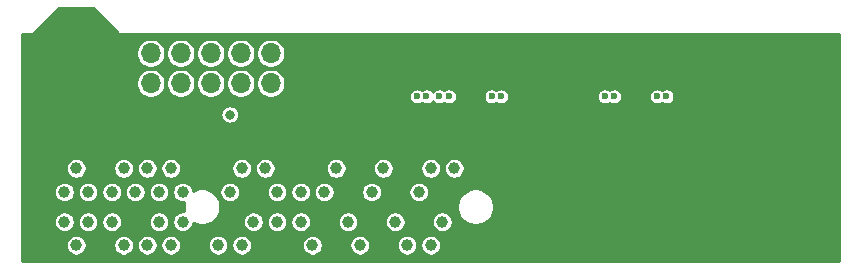
<source format=gbr>
%TF.GenerationSoftware,KiCad,Pcbnew,(5.1.10)-1*%
%TF.CreationDate,2021-08-10T10:59:40+01:00*%
%TF.ProjectId,t9120mezz,74393132-306d-4657-9a7a-2e6b69636164,rev?*%
%TF.SameCoordinates,Original*%
%TF.FileFunction,Copper,L2,Inr*%
%TF.FilePolarity,Positive*%
%FSLAX46Y46*%
G04 Gerber Fmt 4.6, Leading zero omitted, Abs format (unit mm)*
G04 Created by KiCad (PCBNEW (5.1.10)-1) date 2021-08-10 10:59:40*
%MOMM*%
%LPD*%
G01*
G04 APERTURE LIST*
%TA.AperFunction,ComponentPad*%
%ADD10C,1.000000*%
%TD*%
%TA.AperFunction,ComponentPad*%
%ADD11O,1.700000X1.700000*%
%TD*%
%TA.AperFunction,ComponentPad*%
%ADD12C,6.500000*%
%TD*%
%TA.AperFunction,ViaPad*%
%ADD13C,0.800000*%
%TD*%
%TA.AperFunction,ViaPad*%
%ADD14C,0.600000*%
%TD*%
%TA.AperFunction,Conductor*%
%ADD15C,0.250000*%
%TD*%
%TA.AperFunction,Conductor*%
%ADD16C,0.254000*%
%TD*%
%TA.AperFunction,Conductor*%
%ADD17C,0.100000*%
%TD*%
G04 APERTURE END LIST*
D10*
%TO.N,GND*%
%TO.C,J1*%
X89150000Y-108050000D03*
%TO.N,Net-(J1-PadA32)*%
X103150000Y-108050000D03*
%TO.N,GND*%
X103150000Y-114550000D03*
X102150000Y-110050000D03*
%TO.N,Net-(J1-PadB31)*%
X102150000Y-112550000D03*
%TO.N,/X4MEZZ_PER3_N*%
X101150000Y-108050000D03*
%TO.N,Net-(J1-PadB30)*%
X101150000Y-114550000D03*
%TO.N,/X4MEZZ_PER3_P*%
X100150000Y-110050000D03*
%TO.N,GND*%
X100150000Y-112550000D03*
X99150000Y-108050000D03*
%TO.N,/X4MEZZ_PET3_N*%
X99150000Y-114550000D03*
%TO.N,GND*%
X98150000Y-110050000D03*
%TO.N,/X4MEZZ_PET3_P*%
X98150000Y-112550000D03*
%TO.N,/X4MEZZ_PER2_N*%
X97150000Y-108050000D03*
%TO.N,GND*%
X97150000Y-114550000D03*
%TO.N,/X4MEZZ_PER2_P*%
X96150000Y-110050000D03*
%TO.N,GND*%
X96150000Y-112550000D03*
X95150000Y-108050000D03*
%TO.N,/X4MEZZ_PET2_N*%
X95150000Y-114550000D03*
%TO.N,GND*%
X94150000Y-110050000D03*
%TO.N,/X4MEZZ_PET2_P*%
X94150000Y-112550000D03*
%TO.N,/X4MEZZ_PER1_N*%
X93150000Y-108050000D03*
%TO.N,GND*%
X93150000Y-114550000D03*
%TO.N,/X4MEZZ_PER1_P*%
X92150000Y-110050000D03*
%TO.N,GND*%
X92150000Y-112550000D03*
X91150000Y-108050000D03*
%TO.N,/X4MEZZ_PET1_N*%
X91150000Y-114550000D03*
%TO.N,Net-(J1-PadA19)*%
X90150000Y-110050000D03*
%TO.N,/X4MEZZ_PET1_P*%
X90150000Y-112550000D03*
%TO.N,GND*%
X89150000Y-114550000D03*
%TO.N,/X4MEZZ_PER0_N*%
X88150000Y-110050000D03*
%TO.N,Net-(J1-PadB17)*%
X88150000Y-112550000D03*
%TO.N,/X4MEZZ_PER0_P*%
X87150000Y-108050000D03*
%TO.N,GND*%
X87150000Y-114550000D03*
X86150000Y-110050000D03*
%TO.N,/X4MEZZ_PET0_N*%
X86150000Y-112550000D03*
%TO.N,/REFCLK_IN_N*%
X85150000Y-108050000D03*
%TO.N,/X4MEZZ_PET0_P*%
X85150000Y-114550000D03*
%TO.N,/REFCLK_IN_P*%
X84150000Y-110050000D03*
%TO.N,GND*%
X84150000Y-112550000D03*
X83150000Y-108050000D03*
%TO.N,Net-(J1-PadB12)*%
X83150000Y-114550000D03*
%TO.N,/~WAKE*%
X80150000Y-112550000D03*
%TO.N,+3.3VA*%
X79150000Y-114550000D03*
%TO.N,Net-(J1-PadB9)*%
X78150000Y-112550000D03*
%TO.N,+3V3*%
X77150000Y-114550000D03*
%TO.N,GND*%
X76150000Y-112550000D03*
%TO.N,/SMDAT*%
X75150000Y-114550000D03*
%TO.N,/SMCLK*%
X74150000Y-112550000D03*
%TO.N,GND*%
X73150000Y-114550000D03*
%TO.N,+12V*%
X72150000Y-112550000D03*
X71150000Y-114550000D03*
X70150000Y-112550000D03*
%TO.N,/~PERST*%
X80150000Y-110050000D03*
%TO.N,+3V3*%
X79150000Y-108050000D03*
X78150000Y-110050000D03*
%TO.N,Net-(J1-PadA8)*%
X77150000Y-108050000D03*
%TO.N,Net-(J1-PadA7)*%
X76150000Y-110050000D03*
%TO.N,Net-(J1-PadA6)*%
X75150000Y-108050000D03*
%TO.N,Net-(J1-PadA5)*%
X74150000Y-110050000D03*
%TO.N,GND*%
X73150000Y-108050000D03*
%TO.N,+12V*%
X72150000Y-110050000D03*
X71150000Y-108050000D03*
%TO.N,/PRSNT*%
X70150000Y-110050000D03*
%TD*%
D11*
%TO.N,GND*%
%TO.C,J4*%
X131450000Y-98300000D03*
X133990000Y-98300000D03*
X131450000Y-100840000D03*
X133990000Y-100840000D03*
X131450000Y-103380000D03*
X133990000Y-103380000D03*
X133990000Y-105920000D03*
%TD*%
%TO.N,/SMDAT*%
%TO.C,J3*%
X87610000Y-98300000D03*
%TO.N,/~PERST*%
X87610000Y-100840000D03*
%TO.N,/SMCLK*%
X85070000Y-98300000D03*
%TO.N,/~WAKE*%
X85070000Y-100840000D03*
%TO.N,+3.3VA*%
X82530000Y-98300000D03*
X82530000Y-100840000D03*
%TO.N,+3V3*%
X79990000Y-98300000D03*
X79990000Y-100840000D03*
%TO.N,+12V*%
X77450000Y-98300000D03*
X77450000Y-100840000D03*
%TD*%
D12*
%TO.N,GND*%
%TO.C,REF\u002A\u002A*%
X71100000Y-97600000D03*
%TD*%
D13*
%TO.N,GND*%
X67150000Y-97300000D03*
X135150000Y-115300000D03*
X135150000Y-112300000D03*
X135150000Y-109300000D03*
X67150000Y-100300000D03*
X129650000Y-97300000D03*
X126150000Y-97300000D03*
X122650000Y-97300000D03*
X119150000Y-97300000D03*
X115650000Y-97300000D03*
X112150000Y-97300000D03*
X108650000Y-97300000D03*
X105150000Y-97300000D03*
X101650000Y-97300000D03*
X98150000Y-97300000D03*
X94650000Y-97300000D03*
X91150000Y-97300000D03*
X112400000Y-100300000D03*
X124150000Y-102300000D03*
X124150000Y-105800000D03*
X111650000Y-110800000D03*
X108150000Y-110800000D03*
X115150000Y-110800000D03*
X121150000Y-109300000D03*
X98150000Y-100800000D03*
X94650000Y-100800000D03*
X91150000Y-100800000D03*
X131650000Y-115300000D03*
X128150000Y-115300000D03*
X124650000Y-115300000D03*
X121150000Y-115300000D03*
X117650000Y-115300000D03*
X114150000Y-115300000D03*
X110650000Y-115300000D03*
X118650000Y-109300000D03*
X71100000Y-95200000D03*
X73500000Y-97600000D03*
X72800000Y-99300000D03*
X71100000Y-100000000D03*
X69450000Y-99250000D03*
X68750000Y-97600000D03*
X69400000Y-95950000D03*
X72750000Y-95900014D03*
D14*
%TO.N,/X4MEZZ_PET3_N*%
X121114655Y-101950000D03*
%TO.N,/X4MEZZ_PET3_P*%
X120311455Y-101950000D03*
%TO.N,/X4MEZZ_PET2_N*%
X116693665Y-101950000D03*
%TO.N,/X4MEZZ_PET2_P*%
X115890465Y-101950000D03*
%TO.N,/X4MEZZ_PET1_N*%
X107114655Y-101951602D03*
%TO.N,/X4MEZZ_PET1_P*%
X106311455Y-101951602D03*
%TO.N,/X4MEZZ_PET0_N*%
X102693665Y-101951602D03*
%TO.N,/REFCLK_IN_N*%
X100798955Y-101951602D03*
%TO.N,/X4MEZZ_PET0_P*%
X101890465Y-101951602D03*
%TO.N,/REFCLK_IN_P*%
X99995755Y-101951602D03*
D13*
%TO.N,/~WAKE*%
X84137340Y-103487340D03*
%TD*%
D15*
%TO.N,GND*%
X103900000Y-115300000D02*
X103150000Y-114550000D01*
X110650000Y-115300000D02*
X103900000Y-115300000D01*
X101200000Y-113600000D02*
X100150000Y-112550000D01*
X102200000Y-113600000D02*
X101200000Y-113600000D01*
X103150000Y-114550000D02*
X102200000Y-113600000D01*
X102150000Y-110550000D02*
X102150000Y-110050000D01*
X100150000Y-112550000D02*
X102150000Y-110550000D01*
X98150000Y-110550000D02*
X98150000Y-110050000D01*
X100150000Y-112550000D02*
X98150000Y-110550000D01*
X96150000Y-112050000D02*
X96150000Y-112550000D01*
X98150000Y-110050000D02*
X96150000Y-112050000D01*
X96150000Y-113550000D02*
X97150000Y-114550000D01*
X96150000Y-112550000D02*
X96150000Y-113550000D01*
X94100000Y-113600000D02*
X93150000Y-114550000D01*
X95100000Y-113600000D02*
X94100000Y-113600000D01*
X96150000Y-112550000D02*
X95100000Y-113600000D01*
X93150000Y-113550000D02*
X92150000Y-112550000D01*
X93150000Y-114550000D02*
X93150000Y-113550000D01*
X94150000Y-110550000D02*
X94150000Y-110050000D01*
X92150000Y-112550000D02*
X94150000Y-110550000D01*
X94150000Y-109050000D02*
X95150000Y-108050000D01*
X94150000Y-110050000D02*
X94150000Y-109050000D01*
X98150000Y-109050000D02*
X99150000Y-108050000D01*
X98150000Y-110050000D02*
X98150000Y-109050000D01*
X93100000Y-109000000D02*
X94150000Y-110050000D01*
X92100000Y-109000000D02*
X93100000Y-109000000D01*
X91150000Y-108050000D02*
X92100000Y-109000000D01*
X91150000Y-108050000D02*
X89150000Y-108050000D01*
X86600000Y-110050000D02*
X86150000Y-110050000D01*
X88600000Y-108050000D02*
X86600000Y-110050000D01*
X89150000Y-108050000D02*
X88600000Y-108050000D01*
X84100000Y-109000000D02*
X83150000Y-108050000D01*
X85100000Y-109000000D02*
X84100000Y-109000000D01*
X86150000Y-110050000D02*
X85100000Y-109000000D01*
X84150000Y-112050000D02*
X84150000Y-112550000D01*
X86150000Y-110050000D02*
X84150000Y-112050000D01*
X85100000Y-113500000D02*
X84150000Y-112550000D01*
X86100000Y-113500000D02*
X85100000Y-113500000D01*
X87150000Y-114550000D02*
X86100000Y-113500000D01*
X87150000Y-114550000D02*
X89150000Y-114550000D01*
X73150000Y-108050000D02*
X73500000Y-108050000D01*
X73500000Y-108050000D02*
X75150000Y-109700000D01*
X75150000Y-111550000D02*
X76150000Y-112550000D01*
X75150000Y-109700000D02*
X75150000Y-111550000D01*
X76150000Y-112550000D02*
X75200000Y-113500000D01*
X73928998Y-114550000D02*
X73150000Y-114550000D01*
X74978998Y-113500000D02*
X73928998Y-114550000D01*
X75200000Y-113500000D02*
X74978998Y-113500000D01*
%TD*%
D16*
%TO.N,GND*%
X74648816Y-96572987D02*
X74661526Y-96588474D01*
X74677013Y-96601184D01*
X74677015Y-96601186D01*
X74723347Y-96639210D01*
X74793878Y-96676910D01*
X74870410Y-96700125D01*
X74950000Y-96707964D01*
X74969941Y-96706000D01*
X135744000Y-96706000D01*
X135744001Y-115894000D01*
X66556000Y-115894000D01*
X66556000Y-114463229D01*
X70269000Y-114463229D01*
X70269000Y-114636771D01*
X70302856Y-114806978D01*
X70369268Y-114967310D01*
X70465682Y-115111605D01*
X70588395Y-115234318D01*
X70732690Y-115330732D01*
X70893022Y-115397144D01*
X71063229Y-115431000D01*
X71236771Y-115431000D01*
X71406978Y-115397144D01*
X71567310Y-115330732D01*
X71711605Y-115234318D01*
X71834318Y-115111605D01*
X71930732Y-114967310D01*
X71997144Y-114806978D01*
X72031000Y-114636771D01*
X72031000Y-114463229D01*
X74269000Y-114463229D01*
X74269000Y-114636771D01*
X74302856Y-114806978D01*
X74369268Y-114967310D01*
X74465682Y-115111605D01*
X74588395Y-115234318D01*
X74732690Y-115330732D01*
X74893022Y-115397144D01*
X75063229Y-115431000D01*
X75236771Y-115431000D01*
X75406978Y-115397144D01*
X75567310Y-115330732D01*
X75711605Y-115234318D01*
X75834318Y-115111605D01*
X75930732Y-114967310D01*
X75997144Y-114806978D01*
X76031000Y-114636771D01*
X76031000Y-114463229D01*
X76269000Y-114463229D01*
X76269000Y-114636771D01*
X76302856Y-114806978D01*
X76369268Y-114967310D01*
X76465682Y-115111605D01*
X76588395Y-115234318D01*
X76732690Y-115330732D01*
X76893022Y-115397144D01*
X77063229Y-115431000D01*
X77236771Y-115431000D01*
X77406978Y-115397144D01*
X77567310Y-115330732D01*
X77711605Y-115234318D01*
X77834318Y-115111605D01*
X77930732Y-114967310D01*
X77997144Y-114806978D01*
X78031000Y-114636771D01*
X78031000Y-114463229D01*
X78269000Y-114463229D01*
X78269000Y-114636771D01*
X78302856Y-114806978D01*
X78369268Y-114967310D01*
X78465682Y-115111605D01*
X78588395Y-115234318D01*
X78732690Y-115330732D01*
X78893022Y-115397144D01*
X79063229Y-115431000D01*
X79236771Y-115431000D01*
X79406978Y-115397144D01*
X79567310Y-115330732D01*
X79711605Y-115234318D01*
X79834318Y-115111605D01*
X79930732Y-114967310D01*
X79997144Y-114806978D01*
X80031000Y-114636771D01*
X80031000Y-114463229D01*
X82269000Y-114463229D01*
X82269000Y-114636771D01*
X82302856Y-114806978D01*
X82369268Y-114967310D01*
X82465682Y-115111605D01*
X82588395Y-115234318D01*
X82732690Y-115330732D01*
X82893022Y-115397144D01*
X83063229Y-115431000D01*
X83236771Y-115431000D01*
X83406978Y-115397144D01*
X83567310Y-115330732D01*
X83711605Y-115234318D01*
X83834318Y-115111605D01*
X83930732Y-114967310D01*
X83997144Y-114806978D01*
X84031000Y-114636771D01*
X84031000Y-114463229D01*
X84269000Y-114463229D01*
X84269000Y-114636771D01*
X84302856Y-114806978D01*
X84369268Y-114967310D01*
X84465682Y-115111605D01*
X84588395Y-115234318D01*
X84732690Y-115330732D01*
X84893022Y-115397144D01*
X85063229Y-115431000D01*
X85236771Y-115431000D01*
X85406978Y-115397144D01*
X85567310Y-115330732D01*
X85711605Y-115234318D01*
X85834318Y-115111605D01*
X85930732Y-114967310D01*
X85997144Y-114806978D01*
X86031000Y-114636771D01*
X86031000Y-114463229D01*
X90269000Y-114463229D01*
X90269000Y-114636771D01*
X90302856Y-114806978D01*
X90369268Y-114967310D01*
X90465682Y-115111605D01*
X90588395Y-115234318D01*
X90732690Y-115330732D01*
X90893022Y-115397144D01*
X91063229Y-115431000D01*
X91236771Y-115431000D01*
X91406978Y-115397144D01*
X91567310Y-115330732D01*
X91711605Y-115234318D01*
X91834318Y-115111605D01*
X91930732Y-114967310D01*
X91997144Y-114806978D01*
X92031000Y-114636771D01*
X92031000Y-114463229D01*
X94269000Y-114463229D01*
X94269000Y-114636771D01*
X94302856Y-114806978D01*
X94369268Y-114967310D01*
X94465682Y-115111605D01*
X94588395Y-115234318D01*
X94732690Y-115330732D01*
X94893022Y-115397144D01*
X95063229Y-115431000D01*
X95236771Y-115431000D01*
X95406978Y-115397144D01*
X95567310Y-115330732D01*
X95711605Y-115234318D01*
X95834318Y-115111605D01*
X95930732Y-114967310D01*
X95997144Y-114806978D01*
X96031000Y-114636771D01*
X96031000Y-114463229D01*
X98269000Y-114463229D01*
X98269000Y-114636771D01*
X98302856Y-114806978D01*
X98369268Y-114967310D01*
X98465682Y-115111605D01*
X98588395Y-115234318D01*
X98732690Y-115330732D01*
X98893022Y-115397144D01*
X99063229Y-115431000D01*
X99236771Y-115431000D01*
X99406978Y-115397144D01*
X99567310Y-115330732D01*
X99711605Y-115234318D01*
X99834318Y-115111605D01*
X99930732Y-114967310D01*
X99997144Y-114806978D01*
X100031000Y-114636771D01*
X100031000Y-114463229D01*
X100269000Y-114463229D01*
X100269000Y-114636771D01*
X100302856Y-114806978D01*
X100369268Y-114967310D01*
X100465682Y-115111605D01*
X100588395Y-115234318D01*
X100732690Y-115330732D01*
X100893022Y-115397144D01*
X101063229Y-115431000D01*
X101236771Y-115431000D01*
X101406978Y-115397144D01*
X101567310Y-115330732D01*
X101711605Y-115234318D01*
X101834318Y-115111605D01*
X101930732Y-114967310D01*
X101997144Y-114806978D01*
X102031000Y-114636771D01*
X102031000Y-114463229D01*
X101997144Y-114293022D01*
X101930732Y-114132690D01*
X101834318Y-113988395D01*
X101711605Y-113865682D01*
X101567310Y-113769268D01*
X101406978Y-113702856D01*
X101236771Y-113669000D01*
X101063229Y-113669000D01*
X100893022Y-113702856D01*
X100732690Y-113769268D01*
X100588395Y-113865682D01*
X100465682Y-113988395D01*
X100369268Y-114132690D01*
X100302856Y-114293022D01*
X100269000Y-114463229D01*
X100031000Y-114463229D01*
X99997144Y-114293022D01*
X99930732Y-114132690D01*
X99834318Y-113988395D01*
X99711605Y-113865682D01*
X99567310Y-113769268D01*
X99406978Y-113702856D01*
X99236771Y-113669000D01*
X99063229Y-113669000D01*
X98893022Y-113702856D01*
X98732690Y-113769268D01*
X98588395Y-113865682D01*
X98465682Y-113988395D01*
X98369268Y-114132690D01*
X98302856Y-114293022D01*
X98269000Y-114463229D01*
X96031000Y-114463229D01*
X95997144Y-114293022D01*
X95930732Y-114132690D01*
X95834318Y-113988395D01*
X95711605Y-113865682D01*
X95567310Y-113769268D01*
X95406978Y-113702856D01*
X95236771Y-113669000D01*
X95063229Y-113669000D01*
X94893022Y-113702856D01*
X94732690Y-113769268D01*
X94588395Y-113865682D01*
X94465682Y-113988395D01*
X94369268Y-114132690D01*
X94302856Y-114293022D01*
X94269000Y-114463229D01*
X92031000Y-114463229D01*
X91997144Y-114293022D01*
X91930732Y-114132690D01*
X91834318Y-113988395D01*
X91711605Y-113865682D01*
X91567310Y-113769268D01*
X91406978Y-113702856D01*
X91236771Y-113669000D01*
X91063229Y-113669000D01*
X90893022Y-113702856D01*
X90732690Y-113769268D01*
X90588395Y-113865682D01*
X90465682Y-113988395D01*
X90369268Y-114132690D01*
X90302856Y-114293022D01*
X90269000Y-114463229D01*
X86031000Y-114463229D01*
X85997144Y-114293022D01*
X85930732Y-114132690D01*
X85834318Y-113988395D01*
X85711605Y-113865682D01*
X85567310Y-113769268D01*
X85406978Y-113702856D01*
X85236771Y-113669000D01*
X85063229Y-113669000D01*
X84893022Y-113702856D01*
X84732690Y-113769268D01*
X84588395Y-113865682D01*
X84465682Y-113988395D01*
X84369268Y-114132690D01*
X84302856Y-114293022D01*
X84269000Y-114463229D01*
X84031000Y-114463229D01*
X83997144Y-114293022D01*
X83930732Y-114132690D01*
X83834318Y-113988395D01*
X83711605Y-113865682D01*
X83567310Y-113769268D01*
X83406978Y-113702856D01*
X83236771Y-113669000D01*
X83063229Y-113669000D01*
X82893022Y-113702856D01*
X82732690Y-113769268D01*
X82588395Y-113865682D01*
X82465682Y-113988395D01*
X82369268Y-114132690D01*
X82302856Y-114293022D01*
X82269000Y-114463229D01*
X80031000Y-114463229D01*
X79997144Y-114293022D01*
X79930732Y-114132690D01*
X79834318Y-113988395D01*
X79711605Y-113865682D01*
X79567310Y-113769268D01*
X79406978Y-113702856D01*
X79236771Y-113669000D01*
X79063229Y-113669000D01*
X78893022Y-113702856D01*
X78732690Y-113769268D01*
X78588395Y-113865682D01*
X78465682Y-113988395D01*
X78369268Y-114132690D01*
X78302856Y-114293022D01*
X78269000Y-114463229D01*
X78031000Y-114463229D01*
X77997144Y-114293022D01*
X77930732Y-114132690D01*
X77834318Y-113988395D01*
X77711605Y-113865682D01*
X77567310Y-113769268D01*
X77406978Y-113702856D01*
X77236771Y-113669000D01*
X77063229Y-113669000D01*
X76893022Y-113702856D01*
X76732690Y-113769268D01*
X76588395Y-113865682D01*
X76465682Y-113988395D01*
X76369268Y-114132690D01*
X76302856Y-114293022D01*
X76269000Y-114463229D01*
X76031000Y-114463229D01*
X75997144Y-114293022D01*
X75930732Y-114132690D01*
X75834318Y-113988395D01*
X75711605Y-113865682D01*
X75567310Y-113769268D01*
X75406978Y-113702856D01*
X75236771Y-113669000D01*
X75063229Y-113669000D01*
X74893022Y-113702856D01*
X74732690Y-113769268D01*
X74588395Y-113865682D01*
X74465682Y-113988395D01*
X74369268Y-114132690D01*
X74302856Y-114293022D01*
X74269000Y-114463229D01*
X72031000Y-114463229D01*
X71997144Y-114293022D01*
X71930732Y-114132690D01*
X71834318Y-113988395D01*
X71711605Y-113865682D01*
X71567310Y-113769268D01*
X71406978Y-113702856D01*
X71236771Y-113669000D01*
X71063229Y-113669000D01*
X70893022Y-113702856D01*
X70732690Y-113769268D01*
X70588395Y-113865682D01*
X70465682Y-113988395D01*
X70369268Y-114132690D01*
X70302856Y-114293022D01*
X70269000Y-114463229D01*
X66556000Y-114463229D01*
X66556000Y-112463229D01*
X69269000Y-112463229D01*
X69269000Y-112636771D01*
X69302856Y-112806978D01*
X69369268Y-112967310D01*
X69465682Y-113111605D01*
X69588395Y-113234318D01*
X69732690Y-113330732D01*
X69893022Y-113397144D01*
X70063229Y-113431000D01*
X70236771Y-113431000D01*
X70406978Y-113397144D01*
X70567310Y-113330732D01*
X70711605Y-113234318D01*
X70834318Y-113111605D01*
X70930732Y-112967310D01*
X70997144Y-112806978D01*
X71031000Y-112636771D01*
X71031000Y-112463229D01*
X71269000Y-112463229D01*
X71269000Y-112636771D01*
X71302856Y-112806978D01*
X71369268Y-112967310D01*
X71465682Y-113111605D01*
X71588395Y-113234318D01*
X71732690Y-113330732D01*
X71893022Y-113397144D01*
X72063229Y-113431000D01*
X72236771Y-113431000D01*
X72406978Y-113397144D01*
X72567310Y-113330732D01*
X72711605Y-113234318D01*
X72834318Y-113111605D01*
X72930732Y-112967310D01*
X72997144Y-112806978D01*
X73031000Y-112636771D01*
X73031000Y-112463229D01*
X73269000Y-112463229D01*
X73269000Y-112636771D01*
X73302856Y-112806978D01*
X73369268Y-112967310D01*
X73465682Y-113111605D01*
X73588395Y-113234318D01*
X73732690Y-113330732D01*
X73893022Y-113397144D01*
X74063229Y-113431000D01*
X74236771Y-113431000D01*
X74406978Y-113397144D01*
X74567310Y-113330732D01*
X74711605Y-113234318D01*
X74834318Y-113111605D01*
X74930732Y-112967310D01*
X74997144Y-112806978D01*
X75031000Y-112636771D01*
X75031000Y-112463229D01*
X77269000Y-112463229D01*
X77269000Y-112636771D01*
X77302856Y-112806978D01*
X77369268Y-112967310D01*
X77465682Y-113111605D01*
X77588395Y-113234318D01*
X77732690Y-113330732D01*
X77893022Y-113397144D01*
X78063229Y-113431000D01*
X78236771Y-113431000D01*
X78406978Y-113397144D01*
X78567310Y-113330732D01*
X78711605Y-113234318D01*
X78834318Y-113111605D01*
X78930732Y-112967310D01*
X78997144Y-112806978D01*
X79031000Y-112636771D01*
X79031000Y-112463229D01*
X78997144Y-112293022D01*
X78930732Y-112132690D01*
X78834318Y-111988395D01*
X78711605Y-111865682D01*
X78567310Y-111769268D01*
X78406978Y-111702856D01*
X78236771Y-111669000D01*
X78063229Y-111669000D01*
X77893022Y-111702856D01*
X77732690Y-111769268D01*
X77588395Y-111865682D01*
X77465682Y-111988395D01*
X77369268Y-112132690D01*
X77302856Y-112293022D01*
X77269000Y-112463229D01*
X75031000Y-112463229D01*
X74997144Y-112293022D01*
X74930732Y-112132690D01*
X74834318Y-111988395D01*
X74711605Y-111865682D01*
X74567310Y-111769268D01*
X74406978Y-111702856D01*
X74236771Y-111669000D01*
X74063229Y-111669000D01*
X73893022Y-111702856D01*
X73732690Y-111769268D01*
X73588395Y-111865682D01*
X73465682Y-111988395D01*
X73369268Y-112132690D01*
X73302856Y-112293022D01*
X73269000Y-112463229D01*
X73031000Y-112463229D01*
X72997144Y-112293022D01*
X72930732Y-112132690D01*
X72834318Y-111988395D01*
X72711605Y-111865682D01*
X72567310Y-111769268D01*
X72406978Y-111702856D01*
X72236771Y-111669000D01*
X72063229Y-111669000D01*
X71893022Y-111702856D01*
X71732690Y-111769268D01*
X71588395Y-111865682D01*
X71465682Y-111988395D01*
X71369268Y-112132690D01*
X71302856Y-112293022D01*
X71269000Y-112463229D01*
X71031000Y-112463229D01*
X70997144Y-112293022D01*
X70930732Y-112132690D01*
X70834318Y-111988395D01*
X70711605Y-111865682D01*
X70567310Y-111769268D01*
X70406978Y-111702856D01*
X70236771Y-111669000D01*
X70063229Y-111669000D01*
X69893022Y-111702856D01*
X69732690Y-111769268D01*
X69588395Y-111865682D01*
X69465682Y-111988395D01*
X69369268Y-112132690D01*
X69302856Y-112293022D01*
X69269000Y-112463229D01*
X66556000Y-112463229D01*
X66556000Y-109963229D01*
X69269000Y-109963229D01*
X69269000Y-110136771D01*
X69302856Y-110306978D01*
X69369268Y-110467310D01*
X69465682Y-110611605D01*
X69588395Y-110734318D01*
X69732690Y-110830732D01*
X69893022Y-110897144D01*
X70063229Y-110931000D01*
X70236771Y-110931000D01*
X70406978Y-110897144D01*
X70567310Y-110830732D01*
X70711605Y-110734318D01*
X70834318Y-110611605D01*
X70930732Y-110467310D01*
X70997144Y-110306978D01*
X71031000Y-110136771D01*
X71031000Y-109963229D01*
X71269000Y-109963229D01*
X71269000Y-110136771D01*
X71302856Y-110306978D01*
X71369268Y-110467310D01*
X71465682Y-110611605D01*
X71588395Y-110734318D01*
X71732690Y-110830732D01*
X71893022Y-110897144D01*
X72063229Y-110931000D01*
X72236771Y-110931000D01*
X72406978Y-110897144D01*
X72567310Y-110830732D01*
X72711605Y-110734318D01*
X72834318Y-110611605D01*
X72930732Y-110467310D01*
X72997144Y-110306978D01*
X73031000Y-110136771D01*
X73031000Y-109963229D01*
X73269000Y-109963229D01*
X73269000Y-110136771D01*
X73302856Y-110306978D01*
X73369268Y-110467310D01*
X73465682Y-110611605D01*
X73588395Y-110734318D01*
X73732690Y-110830732D01*
X73893022Y-110897144D01*
X74063229Y-110931000D01*
X74236771Y-110931000D01*
X74406978Y-110897144D01*
X74567310Y-110830732D01*
X74711605Y-110734318D01*
X74834318Y-110611605D01*
X74930732Y-110467310D01*
X74997144Y-110306978D01*
X75031000Y-110136771D01*
X75031000Y-109963229D01*
X75269000Y-109963229D01*
X75269000Y-110136771D01*
X75302856Y-110306978D01*
X75369268Y-110467310D01*
X75465682Y-110611605D01*
X75588395Y-110734318D01*
X75732690Y-110830732D01*
X75893022Y-110897144D01*
X76063229Y-110931000D01*
X76236771Y-110931000D01*
X76406978Y-110897144D01*
X76567310Y-110830732D01*
X76711605Y-110734318D01*
X76834318Y-110611605D01*
X76930732Y-110467310D01*
X76997144Y-110306978D01*
X77031000Y-110136771D01*
X77031000Y-109963229D01*
X77269000Y-109963229D01*
X77269000Y-110136771D01*
X77302856Y-110306978D01*
X77369268Y-110467310D01*
X77465682Y-110611605D01*
X77588395Y-110734318D01*
X77732690Y-110830732D01*
X77893022Y-110897144D01*
X78063229Y-110931000D01*
X78236771Y-110931000D01*
X78406978Y-110897144D01*
X78567310Y-110830732D01*
X78711605Y-110734318D01*
X78834318Y-110611605D01*
X78930732Y-110467310D01*
X78997144Y-110306978D01*
X79031000Y-110136771D01*
X79031000Y-109963229D01*
X79269000Y-109963229D01*
X79269000Y-110136771D01*
X79302856Y-110306978D01*
X79369268Y-110467310D01*
X79465682Y-110611605D01*
X79588395Y-110734318D01*
X79732690Y-110830732D01*
X79893022Y-110897144D01*
X80063229Y-110931000D01*
X80236771Y-110931000D01*
X80288980Y-110920615D01*
X80244000Y-111146747D01*
X80244000Y-111453253D01*
X80288980Y-111679385D01*
X80236771Y-111669000D01*
X80063229Y-111669000D01*
X79893022Y-111702856D01*
X79732690Y-111769268D01*
X79588395Y-111865682D01*
X79465682Y-111988395D01*
X79369268Y-112132690D01*
X79302856Y-112293022D01*
X79269000Y-112463229D01*
X79269000Y-112636771D01*
X79302856Y-112806978D01*
X79369268Y-112967310D01*
X79465682Y-113111605D01*
X79588395Y-113234318D01*
X79732690Y-113330732D01*
X79893022Y-113397144D01*
X80063229Y-113431000D01*
X80236771Y-113431000D01*
X80406978Y-113397144D01*
X80567310Y-113330732D01*
X80711605Y-113234318D01*
X80834318Y-113111605D01*
X80930732Y-112967310D01*
X80997144Y-112806978D01*
X81027351Y-112655117D01*
X81062958Y-112678909D01*
X81346131Y-112796204D01*
X81646747Y-112856000D01*
X81953253Y-112856000D01*
X82253869Y-112796204D01*
X82537042Y-112678909D01*
X82791892Y-112508624D01*
X82837287Y-112463229D01*
X85269000Y-112463229D01*
X85269000Y-112636771D01*
X85302856Y-112806978D01*
X85369268Y-112967310D01*
X85465682Y-113111605D01*
X85588395Y-113234318D01*
X85732690Y-113330732D01*
X85893022Y-113397144D01*
X86063229Y-113431000D01*
X86236771Y-113431000D01*
X86406978Y-113397144D01*
X86567310Y-113330732D01*
X86711605Y-113234318D01*
X86834318Y-113111605D01*
X86930732Y-112967310D01*
X86997144Y-112806978D01*
X87031000Y-112636771D01*
X87031000Y-112463229D01*
X87269000Y-112463229D01*
X87269000Y-112636771D01*
X87302856Y-112806978D01*
X87369268Y-112967310D01*
X87465682Y-113111605D01*
X87588395Y-113234318D01*
X87732690Y-113330732D01*
X87893022Y-113397144D01*
X88063229Y-113431000D01*
X88236771Y-113431000D01*
X88406978Y-113397144D01*
X88567310Y-113330732D01*
X88711605Y-113234318D01*
X88834318Y-113111605D01*
X88930732Y-112967310D01*
X88997144Y-112806978D01*
X89031000Y-112636771D01*
X89031000Y-112463229D01*
X89269000Y-112463229D01*
X89269000Y-112636771D01*
X89302856Y-112806978D01*
X89369268Y-112967310D01*
X89465682Y-113111605D01*
X89588395Y-113234318D01*
X89732690Y-113330732D01*
X89893022Y-113397144D01*
X90063229Y-113431000D01*
X90236771Y-113431000D01*
X90406978Y-113397144D01*
X90567310Y-113330732D01*
X90711605Y-113234318D01*
X90834318Y-113111605D01*
X90930732Y-112967310D01*
X90997144Y-112806978D01*
X91031000Y-112636771D01*
X91031000Y-112463229D01*
X93269000Y-112463229D01*
X93269000Y-112636771D01*
X93302856Y-112806978D01*
X93369268Y-112967310D01*
X93465682Y-113111605D01*
X93588395Y-113234318D01*
X93732690Y-113330732D01*
X93893022Y-113397144D01*
X94063229Y-113431000D01*
X94236771Y-113431000D01*
X94406978Y-113397144D01*
X94567310Y-113330732D01*
X94711605Y-113234318D01*
X94834318Y-113111605D01*
X94930732Y-112967310D01*
X94997144Y-112806978D01*
X95031000Y-112636771D01*
X95031000Y-112463229D01*
X97269000Y-112463229D01*
X97269000Y-112636771D01*
X97302856Y-112806978D01*
X97369268Y-112967310D01*
X97465682Y-113111605D01*
X97588395Y-113234318D01*
X97732690Y-113330732D01*
X97893022Y-113397144D01*
X98063229Y-113431000D01*
X98236771Y-113431000D01*
X98406978Y-113397144D01*
X98567310Y-113330732D01*
X98711605Y-113234318D01*
X98834318Y-113111605D01*
X98930732Y-112967310D01*
X98997144Y-112806978D01*
X99031000Y-112636771D01*
X99031000Y-112463229D01*
X101269000Y-112463229D01*
X101269000Y-112636771D01*
X101302856Y-112806978D01*
X101369268Y-112967310D01*
X101465682Y-113111605D01*
X101588395Y-113234318D01*
X101732690Y-113330732D01*
X101893022Y-113397144D01*
X102063229Y-113431000D01*
X102236771Y-113431000D01*
X102406978Y-113397144D01*
X102567310Y-113330732D01*
X102711605Y-113234318D01*
X102834318Y-113111605D01*
X102930732Y-112967310D01*
X102997144Y-112806978D01*
X103031000Y-112636771D01*
X103031000Y-112463229D01*
X102997144Y-112293022D01*
X102930732Y-112132690D01*
X102834318Y-111988395D01*
X102711605Y-111865682D01*
X102567310Y-111769268D01*
X102406978Y-111702856D01*
X102236771Y-111669000D01*
X102063229Y-111669000D01*
X101893022Y-111702856D01*
X101732690Y-111769268D01*
X101588395Y-111865682D01*
X101465682Y-111988395D01*
X101369268Y-112132690D01*
X101302856Y-112293022D01*
X101269000Y-112463229D01*
X99031000Y-112463229D01*
X98997144Y-112293022D01*
X98930732Y-112132690D01*
X98834318Y-111988395D01*
X98711605Y-111865682D01*
X98567310Y-111769268D01*
X98406978Y-111702856D01*
X98236771Y-111669000D01*
X98063229Y-111669000D01*
X97893022Y-111702856D01*
X97732690Y-111769268D01*
X97588395Y-111865682D01*
X97465682Y-111988395D01*
X97369268Y-112132690D01*
X97302856Y-112293022D01*
X97269000Y-112463229D01*
X95031000Y-112463229D01*
X94997144Y-112293022D01*
X94930732Y-112132690D01*
X94834318Y-111988395D01*
X94711605Y-111865682D01*
X94567310Y-111769268D01*
X94406978Y-111702856D01*
X94236771Y-111669000D01*
X94063229Y-111669000D01*
X93893022Y-111702856D01*
X93732690Y-111769268D01*
X93588395Y-111865682D01*
X93465682Y-111988395D01*
X93369268Y-112132690D01*
X93302856Y-112293022D01*
X93269000Y-112463229D01*
X91031000Y-112463229D01*
X90997144Y-112293022D01*
X90930732Y-112132690D01*
X90834318Y-111988395D01*
X90711605Y-111865682D01*
X90567310Y-111769268D01*
X90406978Y-111702856D01*
X90236771Y-111669000D01*
X90063229Y-111669000D01*
X89893022Y-111702856D01*
X89732690Y-111769268D01*
X89588395Y-111865682D01*
X89465682Y-111988395D01*
X89369268Y-112132690D01*
X89302856Y-112293022D01*
X89269000Y-112463229D01*
X89031000Y-112463229D01*
X88997144Y-112293022D01*
X88930732Y-112132690D01*
X88834318Y-111988395D01*
X88711605Y-111865682D01*
X88567310Y-111769268D01*
X88406978Y-111702856D01*
X88236771Y-111669000D01*
X88063229Y-111669000D01*
X87893022Y-111702856D01*
X87732690Y-111769268D01*
X87588395Y-111865682D01*
X87465682Y-111988395D01*
X87369268Y-112132690D01*
X87302856Y-112293022D01*
X87269000Y-112463229D01*
X87031000Y-112463229D01*
X86997144Y-112293022D01*
X86930732Y-112132690D01*
X86834318Y-111988395D01*
X86711605Y-111865682D01*
X86567310Y-111769268D01*
X86406978Y-111702856D01*
X86236771Y-111669000D01*
X86063229Y-111669000D01*
X85893022Y-111702856D01*
X85732690Y-111769268D01*
X85588395Y-111865682D01*
X85465682Y-111988395D01*
X85369268Y-112132690D01*
X85302856Y-112293022D01*
X85269000Y-112463229D01*
X82837287Y-112463229D01*
X83008624Y-112291892D01*
X83178909Y-112037042D01*
X83296204Y-111753869D01*
X83356000Y-111453253D01*
X83356000Y-111146747D01*
X103394000Y-111146747D01*
X103394000Y-111453253D01*
X103453796Y-111753869D01*
X103571091Y-112037042D01*
X103741376Y-112291892D01*
X103958108Y-112508624D01*
X104212958Y-112678909D01*
X104496131Y-112796204D01*
X104796747Y-112856000D01*
X105103253Y-112856000D01*
X105403869Y-112796204D01*
X105687042Y-112678909D01*
X105941892Y-112508624D01*
X106158624Y-112291892D01*
X106328909Y-112037042D01*
X106446204Y-111753869D01*
X106506000Y-111453253D01*
X106506000Y-111146747D01*
X106446204Y-110846131D01*
X106328909Y-110562958D01*
X106158624Y-110308108D01*
X105941892Y-110091376D01*
X105687042Y-109921091D01*
X105403869Y-109803796D01*
X105103253Y-109744000D01*
X104796747Y-109744000D01*
X104496131Y-109803796D01*
X104212958Y-109921091D01*
X103958108Y-110091376D01*
X103741376Y-110308108D01*
X103571091Y-110562958D01*
X103453796Y-110846131D01*
X103394000Y-111146747D01*
X83356000Y-111146747D01*
X83296204Y-110846131D01*
X83178909Y-110562958D01*
X83008624Y-110308108D01*
X82791892Y-110091376D01*
X82600107Y-109963229D01*
X83269000Y-109963229D01*
X83269000Y-110136771D01*
X83302856Y-110306978D01*
X83369268Y-110467310D01*
X83465682Y-110611605D01*
X83588395Y-110734318D01*
X83732690Y-110830732D01*
X83893022Y-110897144D01*
X84063229Y-110931000D01*
X84236771Y-110931000D01*
X84406978Y-110897144D01*
X84567310Y-110830732D01*
X84711605Y-110734318D01*
X84834318Y-110611605D01*
X84930732Y-110467310D01*
X84997144Y-110306978D01*
X85031000Y-110136771D01*
X85031000Y-109963229D01*
X87269000Y-109963229D01*
X87269000Y-110136771D01*
X87302856Y-110306978D01*
X87369268Y-110467310D01*
X87465682Y-110611605D01*
X87588395Y-110734318D01*
X87732690Y-110830732D01*
X87893022Y-110897144D01*
X88063229Y-110931000D01*
X88236771Y-110931000D01*
X88406978Y-110897144D01*
X88567310Y-110830732D01*
X88711605Y-110734318D01*
X88834318Y-110611605D01*
X88930732Y-110467310D01*
X88997144Y-110306978D01*
X89031000Y-110136771D01*
X89031000Y-109963229D01*
X89269000Y-109963229D01*
X89269000Y-110136771D01*
X89302856Y-110306978D01*
X89369268Y-110467310D01*
X89465682Y-110611605D01*
X89588395Y-110734318D01*
X89732690Y-110830732D01*
X89893022Y-110897144D01*
X90063229Y-110931000D01*
X90236771Y-110931000D01*
X90406978Y-110897144D01*
X90567310Y-110830732D01*
X90711605Y-110734318D01*
X90834318Y-110611605D01*
X90930732Y-110467310D01*
X90997144Y-110306978D01*
X91031000Y-110136771D01*
X91031000Y-109963229D01*
X91269000Y-109963229D01*
X91269000Y-110136771D01*
X91302856Y-110306978D01*
X91369268Y-110467310D01*
X91465682Y-110611605D01*
X91588395Y-110734318D01*
X91732690Y-110830732D01*
X91893022Y-110897144D01*
X92063229Y-110931000D01*
X92236771Y-110931000D01*
X92406978Y-110897144D01*
X92567310Y-110830732D01*
X92711605Y-110734318D01*
X92834318Y-110611605D01*
X92930732Y-110467310D01*
X92997144Y-110306978D01*
X93031000Y-110136771D01*
X93031000Y-109963229D01*
X95269000Y-109963229D01*
X95269000Y-110136771D01*
X95302856Y-110306978D01*
X95369268Y-110467310D01*
X95465682Y-110611605D01*
X95588395Y-110734318D01*
X95732690Y-110830732D01*
X95893022Y-110897144D01*
X96063229Y-110931000D01*
X96236771Y-110931000D01*
X96406978Y-110897144D01*
X96567310Y-110830732D01*
X96711605Y-110734318D01*
X96834318Y-110611605D01*
X96930732Y-110467310D01*
X96997144Y-110306978D01*
X97031000Y-110136771D01*
X97031000Y-109963229D01*
X99269000Y-109963229D01*
X99269000Y-110136771D01*
X99302856Y-110306978D01*
X99369268Y-110467310D01*
X99465682Y-110611605D01*
X99588395Y-110734318D01*
X99732690Y-110830732D01*
X99893022Y-110897144D01*
X100063229Y-110931000D01*
X100236771Y-110931000D01*
X100406978Y-110897144D01*
X100567310Y-110830732D01*
X100711605Y-110734318D01*
X100834318Y-110611605D01*
X100930732Y-110467310D01*
X100997144Y-110306978D01*
X101031000Y-110136771D01*
X101031000Y-109963229D01*
X100997144Y-109793022D01*
X100930732Y-109632690D01*
X100834318Y-109488395D01*
X100711605Y-109365682D01*
X100567310Y-109269268D01*
X100406978Y-109202856D01*
X100236771Y-109169000D01*
X100063229Y-109169000D01*
X99893022Y-109202856D01*
X99732690Y-109269268D01*
X99588395Y-109365682D01*
X99465682Y-109488395D01*
X99369268Y-109632690D01*
X99302856Y-109793022D01*
X99269000Y-109963229D01*
X97031000Y-109963229D01*
X96997144Y-109793022D01*
X96930732Y-109632690D01*
X96834318Y-109488395D01*
X96711605Y-109365682D01*
X96567310Y-109269268D01*
X96406978Y-109202856D01*
X96236771Y-109169000D01*
X96063229Y-109169000D01*
X95893022Y-109202856D01*
X95732690Y-109269268D01*
X95588395Y-109365682D01*
X95465682Y-109488395D01*
X95369268Y-109632690D01*
X95302856Y-109793022D01*
X95269000Y-109963229D01*
X93031000Y-109963229D01*
X92997144Y-109793022D01*
X92930732Y-109632690D01*
X92834318Y-109488395D01*
X92711605Y-109365682D01*
X92567310Y-109269268D01*
X92406978Y-109202856D01*
X92236771Y-109169000D01*
X92063229Y-109169000D01*
X91893022Y-109202856D01*
X91732690Y-109269268D01*
X91588395Y-109365682D01*
X91465682Y-109488395D01*
X91369268Y-109632690D01*
X91302856Y-109793022D01*
X91269000Y-109963229D01*
X91031000Y-109963229D01*
X90997144Y-109793022D01*
X90930732Y-109632690D01*
X90834318Y-109488395D01*
X90711605Y-109365682D01*
X90567310Y-109269268D01*
X90406978Y-109202856D01*
X90236771Y-109169000D01*
X90063229Y-109169000D01*
X89893022Y-109202856D01*
X89732690Y-109269268D01*
X89588395Y-109365682D01*
X89465682Y-109488395D01*
X89369268Y-109632690D01*
X89302856Y-109793022D01*
X89269000Y-109963229D01*
X89031000Y-109963229D01*
X88997144Y-109793022D01*
X88930732Y-109632690D01*
X88834318Y-109488395D01*
X88711605Y-109365682D01*
X88567310Y-109269268D01*
X88406978Y-109202856D01*
X88236771Y-109169000D01*
X88063229Y-109169000D01*
X87893022Y-109202856D01*
X87732690Y-109269268D01*
X87588395Y-109365682D01*
X87465682Y-109488395D01*
X87369268Y-109632690D01*
X87302856Y-109793022D01*
X87269000Y-109963229D01*
X85031000Y-109963229D01*
X84997144Y-109793022D01*
X84930732Y-109632690D01*
X84834318Y-109488395D01*
X84711605Y-109365682D01*
X84567310Y-109269268D01*
X84406978Y-109202856D01*
X84236771Y-109169000D01*
X84063229Y-109169000D01*
X83893022Y-109202856D01*
X83732690Y-109269268D01*
X83588395Y-109365682D01*
X83465682Y-109488395D01*
X83369268Y-109632690D01*
X83302856Y-109793022D01*
X83269000Y-109963229D01*
X82600107Y-109963229D01*
X82537042Y-109921091D01*
X82253869Y-109803796D01*
X81953253Y-109744000D01*
X81646747Y-109744000D01*
X81346131Y-109803796D01*
X81062958Y-109921091D01*
X81027351Y-109944883D01*
X80997144Y-109793022D01*
X80930732Y-109632690D01*
X80834318Y-109488395D01*
X80711605Y-109365682D01*
X80567310Y-109269268D01*
X80406978Y-109202856D01*
X80236771Y-109169000D01*
X80063229Y-109169000D01*
X79893022Y-109202856D01*
X79732690Y-109269268D01*
X79588395Y-109365682D01*
X79465682Y-109488395D01*
X79369268Y-109632690D01*
X79302856Y-109793022D01*
X79269000Y-109963229D01*
X79031000Y-109963229D01*
X78997144Y-109793022D01*
X78930732Y-109632690D01*
X78834318Y-109488395D01*
X78711605Y-109365682D01*
X78567310Y-109269268D01*
X78406978Y-109202856D01*
X78236771Y-109169000D01*
X78063229Y-109169000D01*
X77893022Y-109202856D01*
X77732690Y-109269268D01*
X77588395Y-109365682D01*
X77465682Y-109488395D01*
X77369268Y-109632690D01*
X77302856Y-109793022D01*
X77269000Y-109963229D01*
X77031000Y-109963229D01*
X76997144Y-109793022D01*
X76930732Y-109632690D01*
X76834318Y-109488395D01*
X76711605Y-109365682D01*
X76567310Y-109269268D01*
X76406978Y-109202856D01*
X76236771Y-109169000D01*
X76063229Y-109169000D01*
X75893022Y-109202856D01*
X75732690Y-109269268D01*
X75588395Y-109365682D01*
X75465682Y-109488395D01*
X75369268Y-109632690D01*
X75302856Y-109793022D01*
X75269000Y-109963229D01*
X75031000Y-109963229D01*
X74997144Y-109793022D01*
X74930732Y-109632690D01*
X74834318Y-109488395D01*
X74711605Y-109365682D01*
X74567310Y-109269268D01*
X74406978Y-109202856D01*
X74236771Y-109169000D01*
X74063229Y-109169000D01*
X73893022Y-109202856D01*
X73732690Y-109269268D01*
X73588395Y-109365682D01*
X73465682Y-109488395D01*
X73369268Y-109632690D01*
X73302856Y-109793022D01*
X73269000Y-109963229D01*
X73031000Y-109963229D01*
X72997144Y-109793022D01*
X72930732Y-109632690D01*
X72834318Y-109488395D01*
X72711605Y-109365682D01*
X72567310Y-109269268D01*
X72406978Y-109202856D01*
X72236771Y-109169000D01*
X72063229Y-109169000D01*
X71893022Y-109202856D01*
X71732690Y-109269268D01*
X71588395Y-109365682D01*
X71465682Y-109488395D01*
X71369268Y-109632690D01*
X71302856Y-109793022D01*
X71269000Y-109963229D01*
X71031000Y-109963229D01*
X70997144Y-109793022D01*
X70930732Y-109632690D01*
X70834318Y-109488395D01*
X70711605Y-109365682D01*
X70567310Y-109269268D01*
X70406978Y-109202856D01*
X70236771Y-109169000D01*
X70063229Y-109169000D01*
X69893022Y-109202856D01*
X69732690Y-109269268D01*
X69588395Y-109365682D01*
X69465682Y-109488395D01*
X69369268Y-109632690D01*
X69302856Y-109793022D01*
X69269000Y-109963229D01*
X66556000Y-109963229D01*
X66556000Y-107963229D01*
X70269000Y-107963229D01*
X70269000Y-108136771D01*
X70302856Y-108306978D01*
X70369268Y-108467310D01*
X70465682Y-108611605D01*
X70588395Y-108734318D01*
X70732690Y-108830732D01*
X70893022Y-108897144D01*
X71063229Y-108931000D01*
X71236771Y-108931000D01*
X71406978Y-108897144D01*
X71567310Y-108830732D01*
X71711605Y-108734318D01*
X71834318Y-108611605D01*
X71930732Y-108467310D01*
X71997144Y-108306978D01*
X72031000Y-108136771D01*
X72031000Y-107963229D01*
X74269000Y-107963229D01*
X74269000Y-108136771D01*
X74302856Y-108306978D01*
X74369268Y-108467310D01*
X74465682Y-108611605D01*
X74588395Y-108734318D01*
X74732690Y-108830732D01*
X74893022Y-108897144D01*
X75063229Y-108931000D01*
X75236771Y-108931000D01*
X75406978Y-108897144D01*
X75567310Y-108830732D01*
X75711605Y-108734318D01*
X75834318Y-108611605D01*
X75930732Y-108467310D01*
X75997144Y-108306978D01*
X76031000Y-108136771D01*
X76031000Y-107963229D01*
X76269000Y-107963229D01*
X76269000Y-108136771D01*
X76302856Y-108306978D01*
X76369268Y-108467310D01*
X76465682Y-108611605D01*
X76588395Y-108734318D01*
X76732690Y-108830732D01*
X76893022Y-108897144D01*
X77063229Y-108931000D01*
X77236771Y-108931000D01*
X77406978Y-108897144D01*
X77567310Y-108830732D01*
X77711605Y-108734318D01*
X77834318Y-108611605D01*
X77930732Y-108467310D01*
X77997144Y-108306978D01*
X78031000Y-108136771D01*
X78031000Y-107963229D01*
X78269000Y-107963229D01*
X78269000Y-108136771D01*
X78302856Y-108306978D01*
X78369268Y-108467310D01*
X78465682Y-108611605D01*
X78588395Y-108734318D01*
X78732690Y-108830732D01*
X78893022Y-108897144D01*
X79063229Y-108931000D01*
X79236771Y-108931000D01*
X79406978Y-108897144D01*
X79567310Y-108830732D01*
X79711605Y-108734318D01*
X79834318Y-108611605D01*
X79930732Y-108467310D01*
X79997144Y-108306978D01*
X80031000Y-108136771D01*
X80031000Y-107963229D01*
X84269000Y-107963229D01*
X84269000Y-108136771D01*
X84302856Y-108306978D01*
X84369268Y-108467310D01*
X84465682Y-108611605D01*
X84588395Y-108734318D01*
X84732690Y-108830732D01*
X84893022Y-108897144D01*
X85063229Y-108931000D01*
X85236771Y-108931000D01*
X85406978Y-108897144D01*
X85567310Y-108830732D01*
X85711605Y-108734318D01*
X85834318Y-108611605D01*
X85930732Y-108467310D01*
X85997144Y-108306978D01*
X86031000Y-108136771D01*
X86031000Y-107963229D01*
X86269000Y-107963229D01*
X86269000Y-108136771D01*
X86302856Y-108306978D01*
X86369268Y-108467310D01*
X86465682Y-108611605D01*
X86588395Y-108734318D01*
X86732690Y-108830732D01*
X86893022Y-108897144D01*
X87063229Y-108931000D01*
X87236771Y-108931000D01*
X87406978Y-108897144D01*
X87567310Y-108830732D01*
X87711605Y-108734318D01*
X87834318Y-108611605D01*
X87930732Y-108467310D01*
X87997144Y-108306978D01*
X88031000Y-108136771D01*
X88031000Y-107963229D01*
X92269000Y-107963229D01*
X92269000Y-108136771D01*
X92302856Y-108306978D01*
X92369268Y-108467310D01*
X92465682Y-108611605D01*
X92588395Y-108734318D01*
X92732690Y-108830732D01*
X92893022Y-108897144D01*
X93063229Y-108931000D01*
X93236771Y-108931000D01*
X93406978Y-108897144D01*
X93567310Y-108830732D01*
X93711605Y-108734318D01*
X93834318Y-108611605D01*
X93930732Y-108467310D01*
X93997144Y-108306978D01*
X94031000Y-108136771D01*
X94031000Y-107963229D01*
X96269000Y-107963229D01*
X96269000Y-108136771D01*
X96302856Y-108306978D01*
X96369268Y-108467310D01*
X96465682Y-108611605D01*
X96588395Y-108734318D01*
X96732690Y-108830732D01*
X96893022Y-108897144D01*
X97063229Y-108931000D01*
X97236771Y-108931000D01*
X97406978Y-108897144D01*
X97567310Y-108830732D01*
X97711605Y-108734318D01*
X97834318Y-108611605D01*
X97930732Y-108467310D01*
X97997144Y-108306978D01*
X98031000Y-108136771D01*
X98031000Y-107963229D01*
X100269000Y-107963229D01*
X100269000Y-108136771D01*
X100302856Y-108306978D01*
X100369268Y-108467310D01*
X100465682Y-108611605D01*
X100588395Y-108734318D01*
X100732690Y-108830732D01*
X100893022Y-108897144D01*
X101063229Y-108931000D01*
X101236771Y-108931000D01*
X101406978Y-108897144D01*
X101567310Y-108830732D01*
X101711605Y-108734318D01*
X101834318Y-108611605D01*
X101930732Y-108467310D01*
X101997144Y-108306978D01*
X102031000Y-108136771D01*
X102031000Y-107963229D01*
X102269000Y-107963229D01*
X102269000Y-108136771D01*
X102302856Y-108306978D01*
X102369268Y-108467310D01*
X102465682Y-108611605D01*
X102588395Y-108734318D01*
X102732690Y-108830732D01*
X102893022Y-108897144D01*
X103063229Y-108931000D01*
X103236771Y-108931000D01*
X103406978Y-108897144D01*
X103567310Y-108830732D01*
X103711605Y-108734318D01*
X103834318Y-108611605D01*
X103930732Y-108467310D01*
X103997144Y-108306978D01*
X104031000Y-108136771D01*
X104031000Y-107963229D01*
X103997144Y-107793022D01*
X103930732Y-107632690D01*
X103834318Y-107488395D01*
X103711605Y-107365682D01*
X103567310Y-107269268D01*
X103406978Y-107202856D01*
X103236771Y-107169000D01*
X103063229Y-107169000D01*
X102893022Y-107202856D01*
X102732690Y-107269268D01*
X102588395Y-107365682D01*
X102465682Y-107488395D01*
X102369268Y-107632690D01*
X102302856Y-107793022D01*
X102269000Y-107963229D01*
X102031000Y-107963229D01*
X101997144Y-107793022D01*
X101930732Y-107632690D01*
X101834318Y-107488395D01*
X101711605Y-107365682D01*
X101567310Y-107269268D01*
X101406978Y-107202856D01*
X101236771Y-107169000D01*
X101063229Y-107169000D01*
X100893022Y-107202856D01*
X100732690Y-107269268D01*
X100588395Y-107365682D01*
X100465682Y-107488395D01*
X100369268Y-107632690D01*
X100302856Y-107793022D01*
X100269000Y-107963229D01*
X98031000Y-107963229D01*
X97997144Y-107793022D01*
X97930732Y-107632690D01*
X97834318Y-107488395D01*
X97711605Y-107365682D01*
X97567310Y-107269268D01*
X97406978Y-107202856D01*
X97236771Y-107169000D01*
X97063229Y-107169000D01*
X96893022Y-107202856D01*
X96732690Y-107269268D01*
X96588395Y-107365682D01*
X96465682Y-107488395D01*
X96369268Y-107632690D01*
X96302856Y-107793022D01*
X96269000Y-107963229D01*
X94031000Y-107963229D01*
X93997144Y-107793022D01*
X93930732Y-107632690D01*
X93834318Y-107488395D01*
X93711605Y-107365682D01*
X93567310Y-107269268D01*
X93406978Y-107202856D01*
X93236771Y-107169000D01*
X93063229Y-107169000D01*
X92893022Y-107202856D01*
X92732690Y-107269268D01*
X92588395Y-107365682D01*
X92465682Y-107488395D01*
X92369268Y-107632690D01*
X92302856Y-107793022D01*
X92269000Y-107963229D01*
X88031000Y-107963229D01*
X87997144Y-107793022D01*
X87930732Y-107632690D01*
X87834318Y-107488395D01*
X87711605Y-107365682D01*
X87567310Y-107269268D01*
X87406978Y-107202856D01*
X87236771Y-107169000D01*
X87063229Y-107169000D01*
X86893022Y-107202856D01*
X86732690Y-107269268D01*
X86588395Y-107365682D01*
X86465682Y-107488395D01*
X86369268Y-107632690D01*
X86302856Y-107793022D01*
X86269000Y-107963229D01*
X86031000Y-107963229D01*
X85997144Y-107793022D01*
X85930732Y-107632690D01*
X85834318Y-107488395D01*
X85711605Y-107365682D01*
X85567310Y-107269268D01*
X85406978Y-107202856D01*
X85236771Y-107169000D01*
X85063229Y-107169000D01*
X84893022Y-107202856D01*
X84732690Y-107269268D01*
X84588395Y-107365682D01*
X84465682Y-107488395D01*
X84369268Y-107632690D01*
X84302856Y-107793022D01*
X84269000Y-107963229D01*
X80031000Y-107963229D01*
X79997144Y-107793022D01*
X79930732Y-107632690D01*
X79834318Y-107488395D01*
X79711605Y-107365682D01*
X79567310Y-107269268D01*
X79406978Y-107202856D01*
X79236771Y-107169000D01*
X79063229Y-107169000D01*
X78893022Y-107202856D01*
X78732690Y-107269268D01*
X78588395Y-107365682D01*
X78465682Y-107488395D01*
X78369268Y-107632690D01*
X78302856Y-107793022D01*
X78269000Y-107963229D01*
X78031000Y-107963229D01*
X77997144Y-107793022D01*
X77930732Y-107632690D01*
X77834318Y-107488395D01*
X77711605Y-107365682D01*
X77567310Y-107269268D01*
X77406978Y-107202856D01*
X77236771Y-107169000D01*
X77063229Y-107169000D01*
X76893022Y-107202856D01*
X76732690Y-107269268D01*
X76588395Y-107365682D01*
X76465682Y-107488395D01*
X76369268Y-107632690D01*
X76302856Y-107793022D01*
X76269000Y-107963229D01*
X76031000Y-107963229D01*
X75997144Y-107793022D01*
X75930732Y-107632690D01*
X75834318Y-107488395D01*
X75711605Y-107365682D01*
X75567310Y-107269268D01*
X75406978Y-107202856D01*
X75236771Y-107169000D01*
X75063229Y-107169000D01*
X74893022Y-107202856D01*
X74732690Y-107269268D01*
X74588395Y-107365682D01*
X74465682Y-107488395D01*
X74369268Y-107632690D01*
X74302856Y-107793022D01*
X74269000Y-107963229D01*
X72031000Y-107963229D01*
X71997144Y-107793022D01*
X71930732Y-107632690D01*
X71834318Y-107488395D01*
X71711605Y-107365682D01*
X71567310Y-107269268D01*
X71406978Y-107202856D01*
X71236771Y-107169000D01*
X71063229Y-107169000D01*
X70893022Y-107202856D01*
X70732690Y-107269268D01*
X70588395Y-107365682D01*
X70465682Y-107488395D01*
X70369268Y-107632690D01*
X70302856Y-107793022D01*
X70269000Y-107963229D01*
X66556000Y-107963229D01*
X66556000Y-103410418D01*
X83356340Y-103410418D01*
X83356340Y-103564262D01*
X83386353Y-103715149D01*
X83445227Y-103857282D01*
X83530698Y-103985199D01*
X83639481Y-104093982D01*
X83767398Y-104179453D01*
X83909531Y-104238327D01*
X84060418Y-104268340D01*
X84214262Y-104268340D01*
X84365149Y-104238327D01*
X84507282Y-104179453D01*
X84635199Y-104093982D01*
X84743982Y-103985199D01*
X84829453Y-103857282D01*
X84888327Y-103715149D01*
X84918340Y-103564262D01*
X84918340Y-103410418D01*
X84888327Y-103259531D01*
X84829453Y-103117398D01*
X84743982Y-102989481D01*
X84635199Y-102880698D01*
X84507282Y-102795227D01*
X84365149Y-102736353D01*
X84214262Y-102706340D01*
X84060418Y-102706340D01*
X83909531Y-102736353D01*
X83767398Y-102795227D01*
X83639481Y-102880698D01*
X83530698Y-102989481D01*
X83445227Y-103117398D01*
X83386353Y-103259531D01*
X83356340Y-103410418D01*
X66556000Y-103410418D01*
X66556000Y-100718757D01*
X76219000Y-100718757D01*
X76219000Y-100961243D01*
X76266307Y-101199069D01*
X76359102Y-101423097D01*
X76493820Y-101624717D01*
X76665283Y-101796180D01*
X76866903Y-101930898D01*
X77090931Y-102023693D01*
X77328757Y-102071000D01*
X77571243Y-102071000D01*
X77809069Y-102023693D01*
X78033097Y-101930898D01*
X78234717Y-101796180D01*
X78406180Y-101624717D01*
X78540898Y-101423097D01*
X78633693Y-101199069D01*
X78681000Y-100961243D01*
X78681000Y-100718757D01*
X78759000Y-100718757D01*
X78759000Y-100961243D01*
X78806307Y-101199069D01*
X78899102Y-101423097D01*
X79033820Y-101624717D01*
X79205283Y-101796180D01*
X79406903Y-101930898D01*
X79630931Y-102023693D01*
X79868757Y-102071000D01*
X80111243Y-102071000D01*
X80349069Y-102023693D01*
X80573097Y-101930898D01*
X80774717Y-101796180D01*
X80946180Y-101624717D01*
X81080898Y-101423097D01*
X81173693Y-101199069D01*
X81221000Y-100961243D01*
X81221000Y-100718757D01*
X81299000Y-100718757D01*
X81299000Y-100961243D01*
X81346307Y-101199069D01*
X81439102Y-101423097D01*
X81573820Y-101624717D01*
X81745283Y-101796180D01*
X81946903Y-101930898D01*
X82170931Y-102023693D01*
X82408757Y-102071000D01*
X82651243Y-102071000D01*
X82889069Y-102023693D01*
X83113097Y-101930898D01*
X83314717Y-101796180D01*
X83486180Y-101624717D01*
X83620898Y-101423097D01*
X83713693Y-101199069D01*
X83761000Y-100961243D01*
X83761000Y-100718757D01*
X83839000Y-100718757D01*
X83839000Y-100961243D01*
X83886307Y-101199069D01*
X83979102Y-101423097D01*
X84113820Y-101624717D01*
X84285283Y-101796180D01*
X84486903Y-101930898D01*
X84710931Y-102023693D01*
X84948757Y-102071000D01*
X85191243Y-102071000D01*
X85429069Y-102023693D01*
X85653097Y-101930898D01*
X85854717Y-101796180D01*
X86026180Y-101624717D01*
X86160898Y-101423097D01*
X86253693Y-101199069D01*
X86301000Y-100961243D01*
X86301000Y-100718757D01*
X86379000Y-100718757D01*
X86379000Y-100961243D01*
X86426307Y-101199069D01*
X86519102Y-101423097D01*
X86653820Y-101624717D01*
X86825283Y-101796180D01*
X87026903Y-101930898D01*
X87250931Y-102023693D01*
X87488757Y-102071000D01*
X87731243Y-102071000D01*
X87969069Y-102023693D01*
X88193097Y-101930898D01*
X88262493Y-101884529D01*
X99314755Y-101884529D01*
X99314755Y-102018675D01*
X99340926Y-102150242D01*
X99392261Y-102274176D01*
X99466788Y-102385714D01*
X99561643Y-102480569D01*
X99673181Y-102555096D01*
X99797115Y-102606431D01*
X99928682Y-102632602D01*
X100062828Y-102632602D01*
X100194395Y-102606431D01*
X100318329Y-102555096D01*
X100397355Y-102502293D01*
X100476381Y-102555096D01*
X100600315Y-102606431D01*
X100731882Y-102632602D01*
X100866028Y-102632602D01*
X100997595Y-102606431D01*
X101121529Y-102555096D01*
X101233067Y-102480569D01*
X101327922Y-102385714D01*
X101344710Y-102360589D01*
X101361498Y-102385714D01*
X101456353Y-102480569D01*
X101567891Y-102555096D01*
X101691825Y-102606431D01*
X101823392Y-102632602D01*
X101957538Y-102632602D01*
X102089105Y-102606431D01*
X102213039Y-102555096D01*
X102292065Y-102502293D01*
X102371091Y-102555096D01*
X102495025Y-102606431D01*
X102626592Y-102632602D01*
X102760738Y-102632602D01*
X102892305Y-102606431D01*
X103016239Y-102555096D01*
X103127777Y-102480569D01*
X103222632Y-102385714D01*
X103297159Y-102274176D01*
X103348494Y-102150242D01*
X103374665Y-102018675D01*
X103374665Y-101884529D01*
X105630455Y-101884529D01*
X105630455Y-102018675D01*
X105656626Y-102150242D01*
X105707961Y-102274176D01*
X105782488Y-102385714D01*
X105877343Y-102480569D01*
X105988881Y-102555096D01*
X106112815Y-102606431D01*
X106244382Y-102632602D01*
X106378528Y-102632602D01*
X106510095Y-102606431D01*
X106634029Y-102555096D01*
X106713055Y-102502293D01*
X106792081Y-102555096D01*
X106916015Y-102606431D01*
X107047582Y-102632602D01*
X107181728Y-102632602D01*
X107313295Y-102606431D01*
X107437229Y-102555096D01*
X107548767Y-102480569D01*
X107643622Y-102385714D01*
X107718149Y-102274176D01*
X107769484Y-102150242D01*
X107795655Y-102018675D01*
X107795655Y-101884529D01*
X107795337Y-101882927D01*
X115209465Y-101882927D01*
X115209465Y-102017073D01*
X115235636Y-102148640D01*
X115286971Y-102272574D01*
X115361498Y-102384112D01*
X115456353Y-102478967D01*
X115567891Y-102553494D01*
X115691825Y-102604829D01*
X115823392Y-102631000D01*
X115957538Y-102631000D01*
X116089105Y-102604829D01*
X116213039Y-102553494D01*
X116292065Y-102500691D01*
X116371091Y-102553494D01*
X116495025Y-102604829D01*
X116626592Y-102631000D01*
X116760738Y-102631000D01*
X116892305Y-102604829D01*
X117016239Y-102553494D01*
X117127777Y-102478967D01*
X117222632Y-102384112D01*
X117297159Y-102272574D01*
X117348494Y-102148640D01*
X117374665Y-102017073D01*
X117374665Y-101882927D01*
X119630455Y-101882927D01*
X119630455Y-102017073D01*
X119656626Y-102148640D01*
X119707961Y-102272574D01*
X119782488Y-102384112D01*
X119877343Y-102478967D01*
X119988881Y-102553494D01*
X120112815Y-102604829D01*
X120244382Y-102631000D01*
X120378528Y-102631000D01*
X120510095Y-102604829D01*
X120634029Y-102553494D01*
X120713055Y-102500691D01*
X120792081Y-102553494D01*
X120916015Y-102604829D01*
X121047582Y-102631000D01*
X121181728Y-102631000D01*
X121313295Y-102604829D01*
X121437229Y-102553494D01*
X121548767Y-102478967D01*
X121643622Y-102384112D01*
X121718149Y-102272574D01*
X121769484Y-102148640D01*
X121795655Y-102017073D01*
X121795655Y-101882927D01*
X121769484Y-101751360D01*
X121718149Y-101627426D01*
X121643622Y-101515888D01*
X121548767Y-101421033D01*
X121437229Y-101346506D01*
X121313295Y-101295171D01*
X121181728Y-101269000D01*
X121047582Y-101269000D01*
X120916015Y-101295171D01*
X120792081Y-101346506D01*
X120713055Y-101399309D01*
X120634029Y-101346506D01*
X120510095Y-101295171D01*
X120378528Y-101269000D01*
X120244382Y-101269000D01*
X120112815Y-101295171D01*
X119988881Y-101346506D01*
X119877343Y-101421033D01*
X119782488Y-101515888D01*
X119707961Y-101627426D01*
X119656626Y-101751360D01*
X119630455Y-101882927D01*
X117374665Y-101882927D01*
X117348494Y-101751360D01*
X117297159Y-101627426D01*
X117222632Y-101515888D01*
X117127777Y-101421033D01*
X117016239Y-101346506D01*
X116892305Y-101295171D01*
X116760738Y-101269000D01*
X116626592Y-101269000D01*
X116495025Y-101295171D01*
X116371091Y-101346506D01*
X116292065Y-101399309D01*
X116213039Y-101346506D01*
X116089105Y-101295171D01*
X115957538Y-101269000D01*
X115823392Y-101269000D01*
X115691825Y-101295171D01*
X115567891Y-101346506D01*
X115456353Y-101421033D01*
X115361498Y-101515888D01*
X115286971Y-101627426D01*
X115235636Y-101751360D01*
X115209465Y-101882927D01*
X107795337Y-101882927D01*
X107769484Y-101752962D01*
X107718149Y-101629028D01*
X107643622Y-101517490D01*
X107548767Y-101422635D01*
X107437229Y-101348108D01*
X107313295Y-101296773D01*
X107181728Y-101270602D01*
X107047582Y-101270602D01*
X106916015Y-101296773D01*
X106792081Y-101348108D01*
X106713055Y-101400911D01*
X106634029Y-101348108D01*
X106510095Y-101296773D01*
X106378528Y-101270602D01*
X106244382Y-101270602D01*
X106112815Y-101296773D01*
X105988881Y-101348108D01*
X105877343Y-101422635D01*
X105782488Y-101517490D01*
X105707961Y-101629028D01*
X105656626Y-101752962D01*
X105630455Y-101884529D01*
X103374665Y-101884529D01*
X103348494Y-101752962D01*
X103297159Y-101629028D01*
X103222632Y-101517490D01*
X103127777Y-101422635D01*
X103016239Y-101348108D01*
X102892305Y-101296773D01*
X102760738Y-101270602D01*
X102626592Y-101270602D01*
X102495025Y-101296773D01*
X102371091Y-101348108D01*
X102292065Y-101400911D01*
X102213039Y-101348108D01*
X102089105Y-101296773D01*
X101957538Y-101270602D01*
X101823392Y-101270602D01*
X101691825Y-101296773D01*
X101567891Y-101348108D01*
X101456353Y-101422635D01*
X101361498Y-101517490D01*
X101344710Y-101542615D01*
X101327922Y-101517490D01*
X101233067Y-101422635D01*
X101121529Y-101348108D01*
X100997595Y-101296773D01*
X100866028Y-101270602D01*
X100731882Y-101270602D01*
X100600315Y-101296773D01*
X100476381Y-101348108D01*
X100397355Y-101400911D01*
X100318329Y-101348108D01*
X100194395Y-101296773D01*
X100062828Y-101270602D01*
X99928682Y-101270602D01*
X99797115Y-101296773D01*
X99673181Y-101348108D01*
X99561643Y-101422635D01*
X99466788Y-101517490D01*
X99392261Y-101629028D01*
X99340926Y-101752962D01*
X99314755Y-101884529D01*
X88262493Y-101884529D01*
X88394717Y-101796180D01*
X88566180Y-101624717D01*
X88700898Y-101423097D01*
X88793693Y-101199069D01*
X88841000Y-100961243D01*
X88841000Y-100718757D01*
X88793693Y-100480931D01*
X88700898Y-100256903D01*
X88566180Y-100055283D01*
X88394717Y-99883820D01*
X88193097Y-99749102D01*
X87969069Y-99656307D01*
X87731243Y-99609000D01*
X87488757Y-99609000D01*
X87250931Y-99656307D01*
X87026903Y-99749102D01*
X86825283Y-99883820D01*
X86653820Y-100055283D01*
X86519102Y-100256903D01*
X86426307Y-100480931D01*
X86379000Y-100718757D01*
X86301000Y-100718757D01*
X86253693Y-100480931D01*
X86160898Y-100256903D01*
X86026180Y-100055283D01*
X85854717Y-99883820D01*
X85653097Y-99749102D01*
X85429069Y-99656307D01*
X85191243Y-99609000D01*
X84948757Y-99609000D01*
X84710931Y-99656307D01*
X84486903Y-99749102D01*
X84285283Y-99883820D01*
X84113820Y-100055283D01*
X83979102Y-100256903D01*
X83886307Y-100480931D01*
X83839000Y-100718757D01*
X83761000Y-100718757D01*
X83713693Y-100480931D01*
X83620898Y-100256903D01*
X83486180Y-100055283D01*
X83314717Y-99883820D01*
X83113097Y-99749102D01*
X82889069Y-99656307D01*
X82651243Y-99609000D01*
X82408757Y-99609000D01*
X82170931Y-99656307D01*
X81946903Y-99749102D01*
X81745283Y-99883820D01*
X81573820Y-100055283D01*
X81439102Y-100256903D01*
X81346307Y-100480931D01*
X81299000Y-100718757D01*
X81221000Y-100718757D01*
X81173693Y-100480931D01*
X81080898Y-100256903D01*
X80946180Y-100055283D01*
X80774717Y-99883820D01*
X80573097Y-99749102D01*
X80349069Y-99656307D01*
X80111243Y-99609000D01*
X79868757Y-99609000D01*
X79630931Y-99656307D01*
X79406903Y-99749102D01*
X79205283Y-99883820D01*
X79033820Y-100055283D01*
X78899102Y-100256903D01*
X78806307Y-100480931D01*
X78759000Y-100718757D01*
X78681000Y-100718757D01*
X78633693Y-100480931D01*
X78540898Y-100256903D01*
X78406180Y-100055283D01*
X78234717Y-99883820D01*
X78033097Y-99749102D01*
X77809069Y-99656307D01*
X77571243Y-99609000D01*
X77328757Y-99609000D01*
X77090931Y-99656307D01*
X76866903Y-99749102D01*
X76665283Y-99883820D01*
X76493820Y-100055283D01*
X76359102Y-100256903D01*
X76266307Y-100480931D01*
X76219000Y-100718757D01*
X66556000Y-100718757D01*
X66556000Y-98178757D01*
X76219000Y-98178757D01*
X76219000Y-98421243D01*
X76266307Y-98659069D01*
X76359102Y-98883097D01*
X76493820Y-99084717D01*
X76665283Y-99256180D01*
X76866903Y-99390898D01*
X77090931Y-99483693D01*
X77328757Y-99531000D01*
X77571243Y-99531000D01*
X77809069Y-99483693D01*
X78033097Y-99390898D01*
X78234717Y-99256180D01*
X78406180Y-99084717D01*
X78540898Y-98883097D01*
X78633693Y-98659069D01*
X78681000Y-98421243D01*
X78681000Y-98178757D01*
X78759000Y-98178757D01*
X78759000Y-98421243D01*
X78806307Y-98659069D01*
X78899102Y-98883097D01*
X79033820Y-99084717D01*
X79205283Y-99256180D01*
X79406903Y-99390898D01*
X79630931Y-99483693D01*
X79868757Y-99531000D01*
X80111243Y-99531000D01*
X80349069Y-99483693D01*
X80573097Y-99390898D01*
X80774717Y-99256180D01*
X80946180Y-99084717D01*
X81080898Y-98883097D01*
X81173693Y-98659069D01*
X81221000Y-98421243D01*
X81221000Y-98178757D01*
X81299000Y-98178757D01*
X81299000Y-98421243D01*
X81346307Y-98659069D01*
X81439102Y-98883097D01*
X81573820Y-99084717D01*
X81745283Y-99256180D01*
X81946903Y-99390898D01*
X82170931Y-99483693D01*
X82408757Y-99531000D01*
X82651243Y-99531000D01*
X82889069Y-99483693D01*
X83113097Y-99390898D01*
X83314717Y-99256180D01*
X83486180Y-99084717D01*
X83620898Y-98883097D01*
X83713693Y-98659069D01*
X83761000Y-98421243D01*
X83761000Y-98178757D01*
X83839000Y-98178757D01*
X83839000Y-98421243D01*
X83886307Y-98659069D01*
X83979102Y-98883097D01*
X84113820Y-99084717D01*
X84285283Y-99256180D01*
X84486903Y-99390898D01*
X84710931Y-99483693D01*
X84948757Y-99531000D01*
X85191243Y-99531000D01*
X85429069Y-99483693D01*
X85653097Y-99390898D01*
X85854717Y-99256180D01*
X86026180Y-99084717D01*
X86160898Y-98883097D01*
X86253693Y-98659069D01*
X86301000Y-98421243D01*
X86301000Y-98178757D01*
X86379000Y-98178757D01*
X86379000Y-98421243D01*
X86426307Y-98659069D01*
X86519102Y-98883097D01*
X86653820Y-99084717D01*
X86825283Y-99256180D01*
X87026903Y-99390898D01*
X87250931Y-99483693D01*
X87488757Y-99531000D01*
X87731243Y-99531000D01*
X87969069Y-99483693D01*
X88193097Y-99390898D01*
X88394717Y-99256180D01*
X88566180Y-99084717D01*
X88700898Y-98883097D01*
X88793693Y-98659069D01*
X88841000Y-98421243D01*
X88841000Y-98178757D01*
X88793693Y-97940931D01*
X88700898Y-97716903D01*
X88566180Y-97515283D01*
X88394717Y-97343820D01*
X88193097Y-97209102D01*
X87969069Y-97116307D01*
X87731243Y-97069000D01*
X87488757Y-97069000D01*
X87250931Y-97116307D01*
X87026903Y-97209102D01*
X86825283Y-97343820D01*
X86653820Y-97515283D01*
X86519102Y-97716903D01*
X86426307Y-97940931D01*
X86379000Y-98178757D01*
X86301000Y-98178757D01*
X86253693Y-97940931D01*
X86160898Y-97716903D01*
X86026180Y-97515283D01*
X85854717Y-97343820D01*
X85653097Y-97209102D01*
X85429069Y-97116307D01*
X85191243Y-97069000D01*
X84948757Y-97069000D01*
X84710931Y-97116307D01*
X84486903Y-97209102D01*
X84285283Y-97343820D01*
X84113820Y-97515283D01*
X83979102Y-97716903D01*
X83886307Y-97940931D01*
X83839000Y-98178757D01*
X83761000Y-98178757D01*
X83713693Y-97940931D01*
X83620898Y-97716903D01*
X83486180Y-97515283D01*
X83314717Y-97343820D01*
X83113097Y-97209102D01*
X82889069Y-97116307D01*
X82651243Y-97069000D01*
X82408757Y-97069000D01*
X82170931Y-97116307D01*
X81946903Y-97209102D01*
X81745283Y-97343820D01*
X81573820Y-97515283D01*
X81439102Y-97716903D01*
X81346307Y-97940931D01*
X81299000Y-98178757D01*
X81221000Y-98178757D01*
X81173693Y-97940931D01*
X81080898Y-97716903D01*
X80946180Y-97515283D01*
X80774717Y-97343820D01*
X80573097Y-97209102D01*
X80349069Y-97116307D01*
X80111243Y-97069000D01*
X79868757Y-97069000D01*
X79630931Y-97116307D01*
X79406903Y-97209102D01*
X79205283Y-97343820D01*
X79033820Y-97515283D01*
X78899102Y-97716903D01*
X78806307Y-97940931D01*
X78759000Y-98178757D01*
X78681000Y-98178757D01*
X78633693Y-97940931D01*
X78540898Y-97716903D01*
X78406180Y-97515283D01*
X78234717Y-97343820D01*
X78033097Y-97209102D01*
X77809069Y-97116307D01*
X77571243Y-97069000D01*
X77328757Y-97069000D01*
X77090931Y-97116307D01*
X76866903Y-97209102D01*
X76665283Y-97343820D01*
X76493820Y-97515283D01*
X76359102Y-97716903D01*
X76266307Y-97940931D01*
X76219000Y-98178757D01*
X66556000Y-98178757D01*
X66556000Y-96706000D01*
X67230067Y-96706000D01*
X67250000Y-96707963D01*
X67269933Y-96706000D01*
X67269941Y-96706000D01*
X67329590Y-96700125D01*
X67406121Y-96676910D01*
X67476653Y-96639210D01*
X67538474Y-96588474D01*
X67551193Y-96572976D01*
X69668171Y-94456000D01*
X72531831Y-94456000D01*
X74648816Y-96572987D01*
%TA.AperFunction,Conductor*%
D17*
G36*
X74648816Y-96572987D02*
G01*
X74661526Y-96588474D01*
X74677013Y-96601184D01*
X74677015Y-96601186D01*
X74723347Y-96639210D01*
X74793878Y-96676910D01*
X74870410Y-96700125D01*
X74950000Y-96707964D01*
X74969941Y-96706000D01*
X135744000Y-96706000D01*
X135744001Y-115894000D01*
X66556000Y-115894000D01*
X66556000Y-114463229D01*
X70269000Y-114463229D01*
X70269000Y-114636771D01*
X70302856Y-114806978D01*
X70369268Y-114967310D01*
X70465682Y-115111605D01*
X70588395Y-115234318D01*
X70732690Y-115330732D01*
X70893022Y-115397144D01*
X71063229Y-115431000D01*
X71236771Y-115431000D01*
X71406978Y-115397144D01*
X71567310Y-115330732D01*
X71711605Y-115234318D01*
X71834318Y-115111605D01*
X71930732Y-114967310D01*
X71997144Y-114806978D01*
X72031000Y-114636771D01*
X72031000Y-114463229D01*
X74269000Y-114463229D01*
X74269000Y-114636771D01*
X74302856Y-114806978D01*
X74369268Y-114967310D01*
X74465682Y-115111605D01*
X74588395Y-115234318D01*
X74732690Y-115330732D01*
X74893022Y-115397144D01*
X75063229Y-115431000D01*
X75236771Y-115431000D01*
X75406978Y-115397144D01*
X75567310Y-115330732D01*
X75711605Y-115234318D01*
X75834318Y-115111605D01*
X75930732Y-114967310D01*
X75997144Y-114806978D01*
X76031000Y-114636771D01*
X76031000Y-114463229D01*
X76269000Y-114463229D01*
X76269000Y-114636771D01*
X76302856Y-114806978D01*
X76369268Y-114967310D01*
X76465682Y-115111605D01*
X76588395Y-115234318D01*
X76732690Y-115330732D01*
X76893022Y-115397144D01*
X77063229Y-115431000D01*
X77236771Y-115431000D01*
X77406978Y-115397144D01*
X77567310Y-115330732D01*
X77711605Y-115234318D01*
X77834318Y-115111605D01*
X77930732Y-114967310D01*
X77997144Y-114806978D01*
X78031000Y-114636771D01*
X78031000Y-114463229D01*
X78269000Y-114463229D01*
X78269000Y-114636771D01*
X78302856Y-114806978D01*
X78369268Y-114967310D01*
X78465682Y-115111605D01*
X78588395Y-115234318D01*
X78732690Y-115330732D01*
X78893022Y-115397144D01*
X79063229Y-115431000D01*
X79236771Y-115431000D01*
X79406978Y-115397144D01*
X79567310Y-115330732D01*
X79711605Y-115234318D01*
X79834318Y-115111605D01*
X79930732Y-114967310D01*
X79997144Y-114806978D01*
X80031000Y-114636771D01*
X80031000Y-114463229D01*
X82269000Y-114463229D01*
X82269000Y-114636771D01*
X82302856Y-114806978D01*
X82369268Y-114967310D01*
X82465682Y-115111605D01*
X82588395Y-115234318D01*
X82732690Y-115330732D01*
X82893022Y-115397144D01*
X83063229Y-115431000D01*
X83236771Y-115431000D01*
X83406978Y-115397144D01*
X83567310Y-115330732D01*
X83711605Y-115234318D01*
X83834318Y-115111605D01*
X83930732Y-114967310D01*
X83997144Y-114806978D01*
X84031000Y-114636771D01*
X84031000Y-114463229D01*
X84269000Y-114463229D01*
X84269000Y-114636771D01*
X84302856Y-114806978D01*
X84369268Y-114967310D01*
X84465682Y-115111605D01*
X84588395Y-115234318D01*
X84732690Y-115330732D01*
X84893022Y-115397144D01*
X85063229Y-115431000D01*
X85236771Y-115431000D01*
X85406978Y-115397144D01*
X85567310Y-115330732D01*
X85711605Y-115234318D01*
X85834318Y-115111605D01*
X85930732Y-114967310D01*
X85997144Y-114806978D01*
X86031000Y-114636771D01*
X86031000Y-114463229D01*
X90269000Y-114463229D01*
X90269000Y-114636771D01*
X90302856Y-114806978D01*
X90369268Y-114967310D01*
X90465682Y-115111605D01*
X90588395Y-115234318D01*
X90732690Y-115330732D01*
X90893022Y-115397144D01*
X91063229Y-115431000D01*
X91236771Y-115431000D01*
X91406978Y-115397144D01*
X91567310Y-115330732D01*
X91711605Y-115234318D01*
X91834318Y-115111605D01*
X91930732Y-114967310D01*
X91997144Y-114806978D01*
X92031000Y-114636771D01*
X92031000Y-114463229D01*
X94269000Y-114463229D01*
X94269000Y-114636771D01*
X94302856Y-114806978D01*
X94369268Y-114967310D01*
X94465682Y-115111605D01*
X94588395Y-115234318D01*
X94732690Y-115330732D01*
X94893022Y-115397144D01*
X95063229Y-115431000D01*
X95236771Y-115431000D01*
X95406978Y-115397144D01*
X95567310Y-115330732D01*
X95711605Y-115234318D01*
X95834318Y-115111605D01*
X95930732Y-114967310D01*
X95997144Y-114806978D01*
X96031000Y-114636771D01*
X96031000Y-114463229D01*
X98269000Y-114463229D01*
X98269000Y-114636771D01*
X98302856Y-114806978D01*
X98369268Y-114967310D01*
X98465682Y-115111605D01*
X98588395Y-115234318D01*
X98732690Y-115330732D01*
X98893022Y-115397144D01*
X99063229Y-115431000D01*
X99236771Y-115431000D01*
X99406978Y-115397144D01*
X99567310Y-115330732D01*
X99711605Y-115234318D01*
X99834318Y-115111605D01*
X99930732Y-114967310D01*
X99997144Y-114806978D01*
X100031000Y-114636771D01*
X100031000Y-114463229D01*
X100269000Y-114463229D01*
X100269000Y-114636771D01*
X100302856Y-114806978D01*
X100369268Y-114967310D01*
X100465682Y-115111605D01*
X100588395Y-115234318D01*
X100732690Y-115330732D01*
X100893022Y-115397144D01*
X101063229Y-115431000D01*
X101236771Y-115431000D01*
X101406978Y-115397144D01*
X101567310Y-115330732D01*
X101711605Y-115234318D01*
X101834318Y-115111605D01*
X101930732Y-114967310D01*
X101997144Y-114806978D01*
X102031000Y-114636771D01*
X102031000Y-114463229D01*
X101997144Y-114293022D01*
X101930732Y-114132690D01*
X101834318Y-113988395D01*
X101711605Y-113865682D01*
X101567310Y-113769268D01*
X101406978Y-113702856D01*
X101236771Y-113669000D01*
X101063229Y-113669000D01*
X100893022Y-113702856D01*
X100732690Y-113769268D01*
X100588395Y-113865682D01*
X100465682Y-113988395D01*
X100369268Y-114132690D01*
X100302856Y-114293022D01*
X100269000Y-114463229D01*
X100031000Y-114463229D01*
X99997144Y-114293022D01*
X99930732Y-114132690D01*
X99834318Y-113988395D01*
X99711605Y-113865682D01*
X99567310Y-113769268D01*
X99406978Y-113702856D01*
X99236771Y-113669000D01*
X99063229Y-113669000D01*
X98893022Y-113702856D01*
X98732690Y-113769268D01*
X98588395Y-113865682D01*
X98465682Y-113988395D01*
X98369268Y-114132690D01*
X98302856Y-114293022D01*
X98269000Y-114463229D01*
X96031000Y-114463229D01*
X95997144Y-114293022D01*
X95930732Y-114132690D01*
X95834318Y-113988395D01*
X95711605Y-113865682D01*
X95567310Y-113769268D01*
X95406978Y-113702856D01*
X95236771Y-113669000D01*
X95063229Y-113669000D01*
X94893022Y-113702856D01*
X94732690Y-113769268D01*
X94588395Y-113865682D01*
X94465682Y-113988395D01*
X94369268Y-114132690D01*
X94302856Y-114293022D01*
X94269000Y-114463229D01*
X92031000Y-114463229D01*
X91997144Y-114293022D01*
X91930732Y-114132690D01*
X91834318Y-113988395D01*
X91711605Y-113865682D01*
X91567310Y-113769268D01*
X91406978Y-113702856D01*
X91236771Y-113669000D01*
X91063229Y-113669000D01*
X90893022Y-113702856D01*
X90732690Y-113769268D01*
X90588395Y-113865682D01*
X90465682Y-113988395D01*
X90369268Y-114132690D01*
X90302856Y-114293022D01*
X90269000Y-114463229D01*
X86031000Y-114463229D01*
X85997144Y-114293022D01*
X85930732Y-114132690D01*
X85834318Y-113988395D01*
X85711605Y-113865682D01*
X85567310Y-113769268D01*
X85406978Y-113702856D01*
X85236771Y-113669000D01*
X85063229Y-113669000D01*
X84893022Y-113702856D01*
X84732690Y-113769268D01*
X84588395Y-113865682D01*
X84465682Y-113988395D01*
X84369268Y-114132690D01*
X84302856Y-114293022D01*
X84269000Y-114463229D01*
X84031000Y-114463229D01*
X83997144Y-114293022D01*
X83930732Y-114132690D01*
X83834318Y-113988395D01*
X83711605Y-113865682D01*
X83567310Y-113769268D01*
X83406978Y-113702856D01*
X83236771Y-113669000D01*
X83063229Y-113669000D01*
X82893022Y-113702856D01*
X82732690Y-113769268D01*
X82588395Y-113865682D01*
X82465682Y-113988395D01*
X82369268Y-114132690D01*
X82302856Y-114293022D01*
X82269000Y-114463229D01*
X80031000Y-114463229D01*
X79997144Y-114293022D01*
X79930732Y-114132690D01*
X79834318Y-113988395D01*
X79711605Y-113865682D01*
X79567310Y-113769268D01*
X79406978Y-113702856D01*
X79236771Y-113669000D01*
X79063229Y-113669000D01*
X78893022Y-113702856D01*
X78732690Y-113769268D01*
X78588395Y-113865682D01*
X78465682Y-113988395D01*
X78369268Y-114132690D01*
X78302856Y-114293022D01*
X78269000Y-114463229D01*
X78031000Y-114463229D01*
X77997144Y-114293022D01*
X77930732Y-114132690D01*
X77834318Y-113988395D01*
X77711605Y-113865682D01*
X77567310Y-113769268D01*
X77406978Y-113702856D01*
X77236771Y-113669000D01*
X77063229Y-113669000D01*
X76893022Y-113702856D01*
X76732690Y-113769268D01*
X76588395Y-113865682D01*
X76465682Y-113988395D01*
X76369268Y-114132690D01*
X76302856Y-114293022D01*
X76269000Y-114463229D01*
X76031000Y-114463229D01*
X75997144Y-114293022D01*
X75930732Y-114132690D01*
X75834318Y-113988395D01*
X75711605Y-113865682D01*
X75567310Y-113769268D01*
X75406978Y-113702856D01*
X75236771Y-113669000D01*
X75063229Y-113669000D01*
X74893022Y-113702856D01*
X74732690Y-113769268D01*
X74588395Y-113865682D01*
X74465682Y-113988395D01*
X74369268Y-114132690D01*
X74302856Y-114293022D01*
X74269000Y-114463229D01*
X72031000Y-114463229D01*
X71997144Y-114293022D01*
X71930732Y-114132690D01*
X71834318Y-113988395D01*
X71711605Y-113865682D01*
X71567310Y-113769268D01*
X71406978Y-113702856D01*
X71236771Y-113669000D01*
X71063229Y-113669000D01*
X70893022Y-113702856D01*
X70732690Y-113769268D01*
X70588395Y-113865682D01*
X70465682Y-113988395D01*
X70369268Y-114132690D01*
X70302856Y-114293022D01*
X70269000Y-114463229D01*
X66556000Y-114463229D01*
X66556000Y-112463229D01*
X69269000Y-112463229D01*
X69269000Y-112636771D01*
X69302856Y-112806978D01*
X69369268Y-112967310D01*
X69465682Y-113111605D01*
X69588395Y-113234318D01*
X69732690Y-113330732D01*
X69893022Y-113397144D01*
X70063229Y-113431000D01*
X70236771Y-113431000D01*
X70406978Y-113397144D01*
X70567310Y-113330732D01*
X70711605Y-113234318D01*
X70834318Y-113111605D01*
X70930732Y-112967310D01*
X70997144Y-112806978D01*
X71031000Y-112636771D01*
X71031000Y-112463229D01*
X71269000Y-112463229D01*
X71269000Y-112636771D01*
X71302856Y-112806978D01*
X71369268Y-112967310D01*
X71465682Y-113111605D01*
X71588395Y-113234318D01*
X71732690Y-113330732D01*
X71893022Y-113397144D01*
X72063229Y-113431000D01*
X72236771Y-113431000D01*
X72406978Y-113397144D01*
X72567310Y-113330732D01*
X72711605Y-113234318D01*
X72834318Y-113111605D01*
X72930732Y-112967310D01*
X72997144Y-112806978D01*
X73031000Y-112636771D01*
X73031000Y-112463229D01*
X73269000Y-112463229D01*
X73269000Y-112636771D01*
X73302856Y-112806978D01*
X73369268Y-112967310D01*
X73465682Y-113111605D01*
X73588395Y-113234318D01*
X73732690Y-113330732D01*
X73893022Y-113397144D01*
X74063229Y-113431000D01*
X74236771Y-113431000D01*
X74406978Y-113397144D01*
X74567310Y-113330732D01*
X74711605Y-113234318D01*
X74834318Y-113111605D01*
X74930732Y-112967310D01*
X74997144Y-112806978D01*
X75031000Y-112636771D01*
X75031000Y-112463229D01*
X77269000Y-112463229D01*
X77269000Y-112636771D01*
X77302856Y-112806978D01*
X77369268Y-112967310D01*
X77465682Y-113111605D01*
X77588395Y-113234318D01*
X77732690Y-113330732D01*
X77893022Y-113397144D01*
X78063229Y-113431000D01*
X78236771Y-113431000D01*
X78406978Y-113397144D01*
X78567310Y-113330732D01*
X78711605Y-113234318D01*
X78834318Y-113111605D01*
X78930732Y-112967310D01*
X78997144Y-112806978D01*
X79031000Y-112636771D01*
X79031000Y-112463229D01*
X78997144Y-112293022D01*
X78930732Y-112132690D01*
X78834318Y-111988395D01*
X78711605Y-111865682D01*
X78567310Y-111769268D01*
X78406978Y-111702856D01*
X78236771Y-111669000D01*
X78063229Y-111669000D01*
X77893022Y-111702856D01*
X77732690Y-111769268D01*
X77588395Y-111865682D01*
X77465682Y-111988395D01*
X77369268Y-112132690D01*
X77302856Y-112293022D01*
X77269000Y-112463229D01*
X75031000Y-112463229D01*
X74997144Y-112293022D01*
X74930732Y-112132690D01*
X74834318Y-111988395D01*
X74711605Y-111865682D01*
X74567310Y-111769268D01*
X74406978Y-111702856D01*
X74236771Y-111669000D01*
X74063229Y-111669000D01*
X73893022Y-111702856D01*
X73732690Y-111769268D01*
X73588395Y-111865682D01*
X73465682Y-111988395D01*
X73369268Y-112132690D01*
X73302856Y-112293022D01*
X73269000Y-112463229D01*
X73031000Y-112463229D01*
X72997144Y-112293022D01*
X72930732Y-112132690D01*
X72834318Y-111988395D01*
X72711605Y-111865682D01*
X72567310Y-111769268D01*
X72406978Y-111702856D01*
X72236771Y-111669000D01*
X72063229Y-111669000D01*
X71893022Y-111702856D01*
X71732690Y-111769268D01*
X71588395Y-111865682D01*
X71465682Y-111988395D01*
X71369268Y-112132690D01*
X71302856Y-112293022D01*
X71269000Y-112463229D01*
X71031000Y-112463229D01*
X70997144Y-112293022D01*
X70930732Y-112132690D01*
X70834318Y-111988395D01*
X70711605Y-111865682D01*
X70567310Y-111769268D01*
X70406978Y-111702856D01*
X70236771Y-111669000D01*
X70063229Y-111669000D01*
X69893022Y-111702856D01*
X69732690Y-111769268D01*
X69588395Y-111865682D01*
X69465682Y-111988395D01*
X69369268Y-112132690D01*
X69302856Y-112293022D01*
X69269000Y-112463229D01*
X66556000Y-112463229D01*
X66556000Y-109963229D01*
X69269000Y-109963229D01*
X69269000Y-110136771D01*
X69302856Y-110306978D01*
X69369268Y-110467310D01*
X69465682Y-110611605D01*
X69588395Y-110734318D01*
X69732690Y-110830732D01*
X69893022Y-110897144D01*
X70063229Y-110931000D01*
X70236771Y-110931000D01*
X70406978Y-110897144D01*
X70567310Y-110830732D01*
X70711605Y-110734318D01*
X70834318Y-110611605D01*
X70930732Y-110467310D01*
X70997144Y-110306978D01*
X71031000Y-110136771D01*
X71031000Y-109963229D01*
X71269000Y-109963229D01*
X71269000Y-110136771D01*
X71302856Y-110306978D01*
X71369268Y-110467310D01*
X71465682Y-110611605D01*
X71588395Y-110734318D01*
X71732690Y-110830732D01*
X71893022Y-110897144D01*
X72063229Y-110931000D01*
X72236771Y-110931000D01*
X72406978Y-110897144D01*
X72567310Y-110830732D01*
X72711605Y-110734318D01*
X72834318Y-110611605D01*
X72930732Y-110467310D01*
X72997144Y-110306978D01*
X73031000Y-110136771D01*
X73031000Y-109963229D01*
X73269000Y-109963229D01*
X73269000Y-110136771D01*
X73302856Y-110306978D01*
X73369268Y-110467310D01*
X73465682Y-110611605D01*
X73588395Y-110734318D01*
X73732690Y-110830732D01*
X73893022Y-110897144D01*
X74063229Y-110931000D01*
X74236771Y-110931000D01*
X74406978Y-110897144D01*
X74567310Y-110830732D01*
X74711605Y-110734318D01*
X74834318Y-110611605D01*
X74930732Y-110467310D01*
X74997144Y-110306978D01*
X75031000Y-110136771D01*
X75031000Y-109963229D01*
X75269000Y-109963229D01*
X75269000Y-110136771D01*
X75302856Y-110306978D01*
X75369268Y-110467310D01*
X75465682Y-110611605D01*
X75588395Y-110734318D01*
X75732690Y-110830732D01*
X75893022Y-110897144D01*
X76063229Y-110931000D01*
X76236771Y-110931000D01*
X76406978Y-110897144D01*
X76567310Y-110830732D01*
X76711605Y-110734318D01*
X76834318Y-110611605D01*
X76930732Y-110467310D01*
X76997144Y-110306978D01*
X77031000Y-110136771D01*
X77031000Y-109963229D01*
X77269000Y-109963229D01*
X77269000Y-110136771D01*
X77302856Y-110306978D01*
X77369268Y-110467310D01*
X77465682Y-110611605D01*
X77588395Y-110734318D01*
X77732690Y-110830732D01*
X77893022Y-110897144D01*
X78063229Y-110931000D01*
X78236771Y-110931000D01*
X78406978Y-110897144D01*
X78567310Y-110830732D01*
X78711605Y-110734318D01*
X78834318Y-110611605D01*
X78930732Y-110467310D01*
X78997144Y-110306978D01*
X79031000Y-110136771D01*
X79031000Y-109963229D01*
X79269000Y-109963229D01*
X79269000Y-110136771D01*
X79302856Y-110306978D01*
X79369268Y-110467310D01*
X79465682Y-110611605D01*
X79588395Y-110734318D01*
X79732690Y-110830732D01*
X79893022Y-110897144D01*
X80063229Y-110931000D01*
X80236771Y-110931000D01*
X80288980Y-110920615D01*
X80244000Y-111146747D01*
X80244000Y-111453253D01*
X80288980Y-111679385D01*
X80236771Y-111669000D01*
X80063229Y-111669000D01*
X79893022Y-111702856D01*
X79732690Y-111769268D01*
X79588395Y-111865682D01*
X79465682Y-111988395D01*
X79369268Y-112132690D01*
X79302856Y-112293022D01*
X79269000Y-112463229D01*
X79269000Y-112636771D01*
X79302856Y-112806978D01*
X79369268Y-112967310D01*
X79465682Y-113111605D01*
X79588395Y-113234318D01*
X79732690Y-113330732D01*
X79893022Y-113397144D01*
X80063229Y-113431000D01*
X80236771Y-113431000D01*
X80406978Y-113397144D01*
X80567310Y-113330732D01*
X80711605Y-113234318D01*
X80834318Y-113111605D01*
X80930732Y-112967310D01*
X80997144Y-112806978D01*
X81027351Y-112655117D01*
X81062958Y-112678909D01*
X81346131Y-112796204D01*
X81646747Y-112856000D01*
X81953253Y-112856000D01*
X82253869Y-112796204D01*
X82537042Y-112678909D01*
X82791892Y-112508624D01*
X82837287Y-112463229D01*
X85269000Y-112463229D01*
X85269000Y-112636771D01*
X85302856Y-112806978D01*
X85369268Y-112967310D01*
X85465682Y-113111605D01*
X85588395Y-113234318D01*
X85732690Y-113330732D01*
X85893022Y-113397144D01*
X86063229Y-113431000D01*
X86236771Y-113431000D01*
X86406978Y-113397144D01*
X86567310Y-113330732D01*
X86711605Y-113234318D01*
X86834318Y-113111605D01*
X86930732Y-112967310D01*
X86997144Y-112806978D01*
X87031000Y-112636771D01*
X87031000Y-112463229D01*
X87269000Y-112463229D01*
X87269000Y-112636771D01*
X87302856Y-112806978D01*
X87369268Y-112967310D01*
X87465682Y-113111605D01*
X87588395Y-113234318D01*
X87732690Y-113330732D01*
X87893022Y-113397144D01*
X88063229Y-113431000D01*
X88236771Y-113431000D01*
X88406978Y-113397144D01*
X88567310Y-113330732D01*
X88711605Y-113234318D01*
X88834318Y-113111605D01*
X88930732Y-112967310D01*
X88997144Y-112806978D01*
X89031000Y-112636771D01*
X89031000Y-112463229D01*
X89269000Y-112463229D01*
X89269000Y-112636771D01*
X89302856Y-112806978D01*
X89369268Y-112967310D01*
X89465682Y-113111605D01*
X89588395Y-113234318D01*
X89732690Y-113330732D01*
X89893022Y-113397144D01*
X90063229Y-113431000D01*
X90236771Y-113431000D01*
X90406978Y-113397144D01*
X90567310Y-113330732D01*
X90711605Y-113234318D01*
X90834318Y-113111605D01*
X90930732Y-112967310D01*
X90997144Y-112806978D01*
X91031000Y-112636771D01*
X91031000Y-112463229D01*
X93269000Y-112463229D01*
X93269000Y-112636771D01*
X93302856Y-112806978D01*
X93369268Y-112967310D01*
X93465682Y-113111605D01*
X93588395Y-113234318D01*
X93732690Y-113330732D01*
X93893022Y-113397144D01*
X94063229Y-113431000D01*
X94236771Y-113431000D01*
X94406978Y-113397144D01*
X94567310Y-113330732D01*
X94711605Y-113234318D01*
X94834318Y-113111605D01*
X94930732Y-112967310D01*
X94997144Y-112806978D01*
X95031000Y-112636771D01*
X95031000Y-112463229D01*
X97269000Y-112463229D01*
X97269000Y-112636771D01*
X97302856Y-112806978D01*
X97369268Y-112967310D01*
X97465682Y-113111605D01*
X97588395Y-113234318D01*
X97732690Y-113330732D01*
X97893022Y-113397144D01*
X98063229Y-113431000D01*
X98236771Y-113431000D01*
X98406978Y-113397144D01*
X98567310Y-113330732D01*
X98711605Y-113234318D01*
X98834318Y-113111605D01*
X98930732Y-112967310D01*
X98997144Y-112806978D01*
X99031000Y-112636771D01*
X99031000Y-112463229D01*
X101269000Y-112463229D01*
X101269000Y-112636771D01*
X101302856Y-112806978D01*
X101369268Y-112967310D01*
X101465682Y-113111605D01*
X101588395Y-113234318D01*
X101732690Y-113330732D01*
X101893022Y-113397144D01*
X102063229Y-113431000D01*
X102236771Y-113431000D01*
X102406978Y-113397144D01*
X102567310Y-113330732D01*
X102711605Y-113234318D01*
X102834318Y-113111605D01*
X102930732Y-112967310D01*
X102997144Y-112806978D01*
X103031000Y-112636771D01*
X103031000Y-112463229D01*
X102997144Y-112293022D01*
X102930732Y-112132690D01*
X102834318Y-111988395D01*
X102711605Y-111865682D01*
X102567310Y-111769268D01*
X102406978Y-111702856D01*
X102236771Y-111669000D01*
X102063229Y-111669000D01*
X101893022Y-111702856D01*
X101732690Y-111769268D01*
X101588395Y-111865682D01*
X101465682Y-111988395D01*
X101369268Y-112132690D01*
X101302856Y-112293022D01*
X101269000Y-112463229D01*
X99031000Y-112463229D01*
X98997144Y-112293022D01*
X98930732Y-112132690D01*
X98834318Y-111988395D01*
X98711605Y-111865682D01*
X98567310Y-111769268D01*
X98406978Y-111702856D01*
X98236771Y-111669000D01*
X98063229Y-111669000D01*
X97893022Y-111702856D01*
X97732690Y-111769268D01*
X97588395Y-111865682D01*
X97465682Y-111988395D01*
X97369268Y-112132690D01*
X97302856Y-112293022D01*
X97269000Y-112463229D01*
X95031000Y-112463229D01*
X94997144Y-112293022D01*
X94930732Y-112132690D01*
X94834318Y-111988395D01*
X94711605Y-111865682D01*
X94567310Y-111769268D01*
X94406978Y-111702856D01*
X94236771Y-111669000D01*
X94063229Y-111669000D01*
X93893022Y-111702856D01*
X93732690Y-111769268D01*
X93588395Y-111865682D01*
X93465682Y-111988395D01*
X93369268Y-112132690D01*
X93302856Y-112293022D01*
X93269000Y-112463229D01*
X91031000Y-112463229D01*
X90997144Y-112293022D01*
X90930732Y-112132690D01*
X90834318Y-111988395D01*
X90711605Y-111865682D01*
X90567310Y-111769268D01*
X90406978Y-111702856D01*
X90236771Y-111669000D01*
X90063229Y-111669000D01*
X89893022Y-111702856D01*
X89732690Y-111769268D01*
X89588395Y-111865682D01*
X89465682Y-111988395D01*
X89369268Y-112132690D01*
X89302856Y-112293022D01*
X89269000Y-112463229D01*
X89031000Y-112463229D01*
X88997144Y-112293022D01*
X88930732Y-112132690D01*
X88834318Y-111988395D01*
X88711605Y-111865682D01*
X88567310Y-111769268D01*
X88406978Y-111702856D01*
X88236771Y-111669000D01*
X88063229Y-111669000D01*
X87893022Y-111702856D01*
X87732690Y-111769268D01*
X87588395Y-111865682D01*
X87465682Y-111988395D01*
X87369268Y-112132690D01*
X87302856Y-112293022D01*
X87269000Y-112463229D01*
X87031000Y-112463229D01*
X86997144Y-112293022D01*
X86930732Y-112132690D01*
X86834318Y-111988395D01*
X86711605Y-111865682D01*
X86567310Y-111769268D01*
X86406978Y-111702856D01*
X86236771Y-111669000D01*
X86063229Y-111669000D01*
X85893022Y-111702856D01*
X85732690Y-111769268D01*
X85588395Y-111865682D01*
X85465682Y-111988395D01*
X85369268Y-112132690D01*
X85302856Y-112293022D01*
X85269000Y-112463229D01*
X82837287Y-112463229D01*
X83008624Y-112291892D01*
X83178909Y-112037042D01*
X83296204Y-111753869D01*
X83356000Y-111453253D01*
X83356000Y-111146747D01*
X103394000Y-111146747D01*
X103394000Y-111453253D01*
X103453796Y-111753869D01*
X103571091Y-112037042D01*
X103741376Y-112291892D01*
X103958108Y-112508624D01*
X104212958Y-112678909D01*
X104496131Y-112796204D01*
X104796747Y-112856000D01*
X105103253Y-112856000D01*
X105403869Y-112796204D01*
X105687042Y-112678909D01*
X105941892Y-112508624D01*
X106158624Y-112291892D01*
X106328909Y-112037042D01*
X106446204Y-111753869D01*
X106506000Y-111453253D01*
X106506000Y-111146747D01*
X106446204Y-110846131D01*
X106328909Y-110562958D01*
X106158624Y-110308108D01*
X105941892Y-110091376D01*
X105687042Y-109921091D01*
X105403869Y-109803796D01*
X105103253Y-109744000D01*
X104796747Y-109744000D01*
X104496131Y-109803796D01*
X104212958Y-109921091D01*
X103958108Y-110091376D01*
X103741376Y-110308108D01*
X103571091Y-110562958D01*
X103453796Y-110846131D01*
X103394000Y-111146747D01*
X83356000Y-111146747D01*
X83296204Y-110846131D01*
X83178909Y-110562958D01*
X83008624Y-110308108D01*
X82791892Y-110091376D01*
X82600107Y-109963229D01*
X83269000Y-109963229D01*
X83269000Y-110136771D01*
X83302856Y-110306978D01*
X83369268Y-110467310D01*
X83465682Y-110611605D01*
X83588395Y-110734318D01*
X83732690Y-110830732D01*
X83893022Y-110897144D01*
X84063229Y-110931000D01*
X84236771Y-110931000D01*
X84406978Y-110897144D01*
X84567310Y-110830732D01*
X84711605Y-110734318D01*
X84834318Y-110611605D01*
X84930732Y-110467310D01*
X84997144Y-110306978D01*
X85031000Y-110136771D01*
X85031000Y-109963229D01*
X87269000Y-109963229D01*
X87269000Y-110136771D01*
X87302856Y-110306978D01*
X87369268Y-110467310D01*
X87465682Y-110611605D01*
X87588395Y-110734318D01*
X87732690Y-110830732D01*
X87893022Y-110897144D01*
X88063229Y-110931000D01*
X88236771Y-110931000D01*
X88406978Y-110897144D01*
X88567310Y-110830732D01*
X88711605Y-110734318D01*
X88834318Y-110611605D01*
X88930732Y-110467310D01*
X88997144Y-110306978D01*
X89031000Y-110136771D01*
X89031000Y-109963229D01*
X89269000Y-109963229D01*
X89269000Y-110136771D01*
X89302856Y-110306978D01*
X89369268Y-110467310D01*
X89465682Y-110611605D01*
X89588395Y-110734318D01*
X89732690Y-110830732D01*
X89893022Y-110897144D01*
X90063229Y-110931000D01*
X90236771Y-110931000D01*
X90406978Y-110897144D01*
X90567310Y-110830732D01*
X90711605Y-110734318D01*
X90834318Y-110611605D01*
X90930732Y-110467310D01*
X90997144Y-110306978D01*
X91031000Y-110136771D01*
X91031000Y-109963229D01*
X91269000Y-109963229D01*
X91269000Y-110136771D01*
X91302856Y-110306978D01*
X91369268Y-110467310D01*
X91465682Y-110611605D01*
X91588395Y-110734318D01*
X91732690Y-110830732D01*
X91893022Y-110897144D01*
X92063229Y-110931000D01*
X92236771Y-110931000D01*
X92406978Y-110897144D01*
X92567310Y-110830732D01*
X92711605Y-110734318D01*
X92834318Y-110611605D01*
X92930732Y-110467310D01*
X92997144Y-110306978D01*
X93031000Y-110136771D01*
X93031000Y-109963229D01*
X95269000Y-109963229D01*
X95269000Y-110136771D01*
X95302856Y-110306978D01*
X95369268Y-110467310D01*
X95465682Y-110611605D01*
X95588395Y-110734318D01*
X95732690Y-110830732D01*
X95893022Y-110897144D01*
X96063229Y-110931000D01*
X96236771Y-110931000D01*
X96406978Y-110897144D01*
X96567310Y-110830732D01*
X96711605Y-110734318D01*
X96834318Y-110611605D01*
X96930732Y-110467310D01*
X96997144Y-110306978D01*
X97031000Y-110136771D01*
X97031000Y-109963229D01*
X99269000Y-109963229D01*
X99269000Y-110136771D01*
X99302856Y-110306978D01*
X99369268Y-110467310D01*
X99465682Y-110611605D01*
X99588395Y-110734318D01*
X99732690Y-110830732D01*
X99893022Y-110897144D01*
X100063229Y-110931000D01*
X100236771Y-110931000D01*
X100406978Y-110897144D01*
X100567310Y-110830732D01*
X100711605Y-110734318D01*
X100834318Y-110611605D01*
X100930732Y-110467310D01*
X100997144Y-110306978D01*
X101031000Y-110136771D01*
X101031000Y-109963229D01*
X100997144Y-109793022D01*
X100930732Y-109632690D01*
X100834318Y-109488395D01*
X100711605Y-109365682D01*
X100567310Y-109269268D01*
X100406978Y-109202856D01*
X100236771Y-109169000D01*
X100063229Y-109169000D01*
X99893022Y-109202856D01*
X99732690Y-109269268D01*
X99588395Y-109365682D01*
X99465682Y-109488395D01*
X99369268Y-109632690D01*
X99302856Y-109793022D01*
X99269000Y-109963229D01*
X97031000Y-109963229D01*
X96997144Y-109793022D01*
X96930732Y-109632690D01*
X96834318Y-109488395D01*
X96711605Y-109365682D01*
X96567310Y-109269268D01*
X96406978Y-109202856D01*
X96236771Y-109169000D01*
X96063229Y-109169000D01*
X95893022Y-109202856D01*
X95732690Y-109269268D01*
X95588395Y-109365682D01*
X95465682Y-109488395D01*
X95369268Y-109632690D01*
X95302856Y-109793022D01*
X95269000Y-109963229D01*
X93031000Y-109963229D01*
X92997144Y-109793022D01*
X92930732Y-109632690D01*
X92834318Y-109488395D01*
X92711605Y-109365682D01*
X92567310Y-109269268D01*
X92406978Y-109202856D01*
X92236771Y-109169000D01*
X92063229Y-109169000D01*
X91893022Y-109202856D01*
X91732690Y-109269268D01*
X91588395Y-109365682D01*
X91465682Y-109488395D01*
X91369268Y-109632690D01*
X91302856Y-109793022D01*
X91269000Y-109963229D01*
X91031000Y-109963229D01*
X90997144Y-109793022D01*
X90930732Y-109632690D01*
X90834318Y-109488395D01*
X90711605Y-109365682D01*
X90567310Y-109269268D01*
X90406978Y-109202856D01*
X90236771Y-109169000D01*
X90063229Y-109169000D01*
X89893022Y-109202856D01*
X89732690Y-109269268D01*
X89588395Y-109365682D01*
X89465682Y-109488395D01*
X89369268Y-109632690D01*
X89302856Y-109793022D01*
X89269000Y-109963229D01*
X89031000Y-109963229D01*
X88997144Y-109793022D01*
X88930732Y-109632690D01*
X88834318Y-109488395D01*
X88711605Y-109365682D01*
X88567310Y-109269268D01*
X88406978Y-109202856D01*
X88236771Y-109169000D01*
X88063229Y-109169000D01*
X87893022Y-109202856D01*
X87732690Y-109269268D01*
X87588395Y-109365682D01*
X87465682Y-109488395D01*
X87369268Y-109632690D01*
X87302856Y-109793022D01*
X87269000Y-109963229D01*
X85031000Y-109963229D01*
X84997144Y-109793022D01*
X84930732Y-109632690D01*
X84834318Y-109488395D01*
X84711605Y-109365682D01*
X84567310Y-109269268D01*
X84406978Y-109202856D01*
X84236771Y-109169000D01*
X84063229Y-109169000D01*
X83893022Y-109202856D01*
X83732690Y-109269268D01*
X83588395Y-109365682D01*
X83465682Y-109488395D01*
X83369268Y-109632690D01*
X83302856Y-109793022D01*
X83269000Y-109963229D01*
X82600107Y-109963229D01*
X82537042Y-109921091D01*
X82253869Y-109803796D01*
X81953253Y-109744000D01*
X81646747Y-109744000D01*
X81346131Y-109803796D01*
X81062958Y-109921091D01*
X81027351Y-109944883D01*
X80997144Y-109793022D01*
X80930732Y-109632690D01*
X80834318Y-109488395D01*
X80711605Y-109365682D01*
X80567310Y-109269268D01*
X80406978Y-109202856D01*
X80236771Y-109169000D01*
X80063229Y-109169000D01*
X79893022Y-109202856D01*
X79732690Y-109269268D01*
X79588395Y-109365682D01*
X79465682Y-109488395D01*
X79369268Y-109632690D01*
X79302856Y-109793022D01*
X79269000Y-109963229D01*
X79031000Y-109963229D01*
X78997144Y-109793022D01*
X78930732Y-109632690D01*
X78834318Y-109488395D01*
X78711605Y-109365682D01*
X78567310Y-109269268D01*
X78406978Y-109202856D01*
X78236771Y-109169000D01*
X78063229Y-109169000D01*
X77893022Y-109202856D01*
X77732690Y-109269268D01*
X77588395Y-109365682D01*
X77465682Y-109488395D01*
X77369268Y-109632690D01*
X77302856Y-109793022D01*
X77269000Y-109963229D01*
X77031000Y-109963229D01*
X76997144Y-109793022D01*
X76930732Y-109632690D01*
X76834318Y-109488395D01*
X76711605Y-109365682D01*
X76567310Y-109269268D01*
X76406978Y-109202856D01*
X76236771Y-109169000D01*
X76063229Y-109169000D01*
X75893022Y-109202856D01*
X75732690Y-109269268D01*
X75588395Y-109365682D01*
X75465682Y-109488395D01*
X75369268Y-109632690D01*
X75302856Y-109793022D01*
X75269000Y-109963229D01*
X75031000Y-109963229D01*
X74997144Y-109793022D01*
X74930732Y-109632690D01*
X74834318Y-109488395D01*
X74711605Y-109365682D01*
X74567310Y-109269268D01*
X74406978Y-109202856D01*
X74236771Y-109169000D01*
X74063229Y-109169000D01*
X73893022Y-109202856D01*
X73732690Y-109269268D01*
X73588395Y-109365682D01*
X73465682Y-109488395D01*
X73369268Y-109632690D01*
X73302856Y-109793022D01*
X73269000Y-109963229D01*
X73031000Y-109963229D01*
X72997144Y-109793022D01*
X72930732Y-109632690D01*
X72834318Y-109488395D01*
X72711605Y-109365682D01*
X72567310Y-109269268D01*
X72406978Y-109202856D01*
X72236771Y-109169000D01*
X72063229Y-109169000D01*
X71893022Y-109202856D01*
X71732690Y-109269268D01*
X71588395Y-109365682D01*
X71465682Y-109488395D01*
X71369268Y-109632690D01*
X71302856Y-109793022D01*
X71269000Y-109963229D01*
X71031000Y-109963229D01*
X70997144Y-109793022D01*
X70930732Y-109632690D01*
X70834318Y-109488395D01*
X70711605Y-109365682D01*
X70567310Y-109269268D01*
X70406978Y-109202856D01*
X70236771Y-109169000D01*
X70063229Y-109169000D01*
X69893022Y-109202856D01*
X69732690Y-109269268D01*
X69588395Y-109365682D01*
X69465682Y-109488395D01*
X69369268Y-109632690D01*
X69302856Y-109793022D01*
X69269000Y-109963229D01*
X66556000Y-109963229D01*
X66556000Y-107963229D01*
X70269000Y-107963229D01*
X70269000Y-108136771D01*
X70302856Y-108306978D01*
X70369268Y-108467310D01*
X70465682Y-108611605D01*
X70588395Y-108734318D01*
X70732690Y-108830732D01*
X70893022Y-108897144D01*
X71063229Y-108931000D01*
X71236771Y-108931000D01*
X71406978Y-108897144D01*
X71567310Y-108830732D01*
X71711605Y-108734318D01*
X71834318Y-108611605D01*
X71930732Y-108467310D01*
X71997144Y-108306978D01*
X72031000Y-108136771D01*
X72031000Y-107963229D01*
X74269000Y-107963229D01*
X74269000Y-108136771D01*
X74302856Y-108306978D01*
X74369268Y-108467310D01*
X74465682Y-108611605D01*
X74588395Y-108734318D01*
X74732690Y-108830732D01*
X74893022Y-108897144D01*
X75063229Y-108931000D01*
X75236771Y-108931000D01*
X75406978Y-108897144D01*
X75567310Y-108830732D01*
X75711605Y-108734318D01*
X75834318Y-108611605D01*
X75930732Y-108467310D01*
X75997144Y-108306978D01*
X76031000Y-108136771D01*
X76031000Y-107963229D01*
X76269000Y-107963229D01*
X76269000Y-108136771D01*
X76302856Y-108306978D01*
X76369268Y-108467310D01*
X76465682Y-108611605D01*
X76588395Y-108734318D01*
X76732690Y-108830732D01*
X76893022Y-108897144D01*
X77063229Y-108931000D01*
X77236771Y-108931000D01*
X77406978Y-108897144D01*
X77567310Y-108830732D01*
X77711605Y-108734318D01*
X77834318Y-108611605D01*
X77930732Y-108467310D01*
X77997144Y-108306978D01*
X78031000Y-108136771D01*
X78031000Y-107963229D01*
X78269000Y-107963229D01*
X78269000Y-108136771D01*
X78302856Y-108306978D01*
X78369268Y-108467310D01*
X78465682Y-108611605D01*
X78588395Y-108734318D01*
X78732690Y-108830732D01*
X78893022Y-108897144D01*
X79063229Y-108931000D01*
X79236771Y-108931000D01*
X79406978Y-108897144D01*
X79567310Y-108830732D01*
X79711605Y-108734318D01*
X79834318Y-108611605D01*
X79930732Y-108467310D01*
X79997144Y-108306978D01*
X80031000Y-108136771D01*
X80031000Y-107963229D01*
X84269000Y-107963229D01*
X84269000Y-108136771D01*
X84302856Y-108306978D01*
X84369268Y-108467310D01*
X84465682Y-108611605D01*
X84588395Y-108734318D01*
X84732690Y-108830732D01*
X84893022Y-108897144D01*
X85063229Y-108931000D01*
X85236771Y-108931000D01*
X85406978Y-108897144D01*
X85567310Y-108830732D01*
X85711605Y-108734318D01*
X85834318Y-108611605D01*
X85930732Y-108467310D01*
X85997144Y-108306978D01*
X86031000Y-108136771D01*
X86031000Y-107963229D01*
X86269000Y-107963229D01*
X86269000Y-108136771D01*
X86302856Y-108306978D01*
X86369268Y-108467310D01*
X86465682Y-108611605D01*
X86588395Y-108734318D01*
X86732690Y-108830732D01*
X86893022Y-108897144D01*
X87063229Y-108931000D01*
X87236771Y-108931000D01*
X87406978Y-108897144D01*
X87567310Y-108830732D01*
X87711605Y-108734318D01*
X87834318Y-108611605D01*
X87930732Y-108467310D01*
X87997144Y-108306978D01*
X88031000Y-108136771D01*
X88031000Y-107963229D01*
X92269000Y-107963229D01*
X92269000Y-108136771D01*
X92302856Y-108306978D01*
X92369268Y-108467310D01*
X92465682Y-108611605D01*
X92588395Y-108734318D01*
X92732690Y-108830732D01*
X92893022Y-108897144D01*
X93063229Y-108931000D01*
X93236771Y-108931000D01*
X93406978Y-108897144D01*
X93567310Y-108830732D01*
X93711605Y-108734318D01*
X93834318Y-108611605D01*
X93930732Y-108467310D01*
X93997144Y-108306978D01*
X94031000Y-108136771D01*
X94031000Y-107963229D01*
X96269000Y-107963229D01*
X96269000Y-108136771D01*
X96302856Y-108306978D01*
X96369268Y-108467310D01*
X96465682Y-108611605D01*
X96588395Y-108734318D01*
X96732690Y-108830732D01*
X96893022Y-108897144D01*
X97063229Y-108931000D01*
X97236771Y-108931000D01*
X97406978Y-108897144D01*
X97567310Y-108830732D01*
X97711605Y-108734318D01*
X97834318Y-108611605D01*
X97930732Y-108467310D01*
X97997144Y-108306978D01*
X98031000Y-108136771D01*
X98031000Y-107963229D01*
X100269000Y-107963229D01*
X100269000Y-108136771D01*
X100302856Y-108306978D01*
X100369268Y-108467310D01*
X100465682Y-108611605D01*
X100588395Y-108734318D01*
X100732690Y-108830732D01*
X100893022Y-108897144D01*
X101063229Y-108931000D01*
X101236771Y-108931000D01*
X101406978Y-108897144D01*
X101567310Y-108830732D01*
X101711605Y-108734318D01*
X101834318Y-108611605D01*
X101930732Y-108467310D01*
X101997144Y-108306978D01*
X102031000Y-108136771D01*
X102031000Y-107963229D01*
X102269000Y-107963229D01*
X102269000Y-108136771D01*
X102302856Y-108306978D01*
X102369268Y-108467310D01*
X102465682Y-108611605D01*
X102588395Y-108734318D01*
X102732690Y-108830732D01*
X102893022Y-108897144D01*
X103063229Y-108931000D01*
X103236771Y-108931000D01*
X103406978Y-108897144D01*
X103567310Y-108830732D01*
X103711605Y-108734318D01*
X103834318Y-108611605D01*
X103930732Y-108467310D01*
X103997144Y-108306978D01*
X104031000Y-108136771D01*
X104031000Y-107963229D01*
X103997144Y-107793022D01*
X103930732Y-107632690D01*
X103834318Y-107488395D01*
X103711605Y-107365682D01*
X103567310Y-107269268D01*
X103406978Y-107202856D01*
X103236771Y-107169000D01*
X103063229Y-107169000D01*
X102893022Y-107202856D01*
X102732690Y-107269268D01*
X102588395Y-107365682D01*
X102465682Y-107488395D01*
X102369268Y-107632690D01*
X102302856Y-107793022D01*
X102269000Y-107963229D01*
X102031000Y-107963229D01*
X101997144Y-107793022D01*
X101930732Y-107632690D01*
X101834318Y-107488395D01*
X101711605Y-107365682D01*
X101567310Y-107269268D01*
X101406978Y-107202856D01*
X101236771Y-107169000D01*
X101063229Y-107169000D01*
X100893022Y-107202856D01*
X100732690Y-107269268D01*
X100588395Y-107365682D01*
X100465682Y-107488395D01*
X100369268Y-107632690D01*
X100302856Y-107793022D01*
X100269000Y-107963229D01*
X98031000Y-107963229D01*
X97997144Y-107793022D01*
X97930732Y-107632690D01*
X97834318Y-107488395D01*
X97711605Y-107365682D01*
X97567310Y-107269268D01*
X97406978Y-107202856D01*
X97236771Y-107169000D01*
X97063229Y-107169000D01*
X96893022Y-107202856D01*
X96732690Y-107269268D01*
X96588395Y-107365682D01*
X96465682Y-107488395D01*
X96369268Y-107632690D01*
X96302856Y-107793022D01*
X96269000Y-107963229D01*
X94031000Y-107963229D01*
X93997144Y-107793022D01*
X93930732Y-107632690D01*
X93834318Y-107488395D01*
X93711605Y-107365682D01*
X93567310Y-107269268D01*
X93406978Y-107202856D01*
X93236771Y-107169000D01*
X93063229Y-107169000D01*
X92893022Y-107202856D01*
X92732690Y-107269268D01*
X92588395Y-107365682D01*
X92465682Y-107488395D01*
X92369268Y-107632690D01*
X92302856Y-107793022D01*
X92269000Y-107963229D01*
X88031000Y-107963229D01*
X87997144Y-107793022D01*
X87930732Y-107632690D01*
X87834318Y-107488395D01*
X87711605Y-107365682D01*
X87567310Y-107269268D01*
X87406978Y-107202856D01*
X87236771Y-107169000D01*
X87063229Y-107169000D01*
X86893022Y-107202856D01*
X86732690Y-107269268D01*
X86588395Y-107365682D01*
X86465682Y-107488395D01*
X86369268Y-107632690D01*
X86302856Y-107793022D01*
X86269000Y-107963229D01*
X86031000Y-107963229D01*
X85997144Y-107793022D01*
X85930732Y-107632690D01*
X85834318Y-107488395D01*
X85711605Y-107365682D01*
X85567310Y-107269268D01*
X85406978Y-107202856D01*
X85236771Y-107169000D01*
X85063229Y-107169000D01*
X84893022Y-107202856D01*
X84732690Y-107269268D01*
X84588395Y-107365682D01*
X84465682Y-107488395D01*
X84369268Y-107632690D01*
X84302856Y-107793022D01*
X84269000Y-107963229D01*
X80031000Y-107963229D01*
X79997144Y-107793022D01*
X79930732Y-107632690D01*
X79834318Y-107488395D01*
X79711605Y-107365682D01*
X79567310Y-107269268D01*
X79406978Y-107202856D01*
X79236771Y-107169000D01*
X79063229Y-107169000D01*
X78893022Y-107202856D01*
X78732690Y-107269268D01*
X78588395Y-107365682D01*
X78465682Y-107488395D01*
X78369268Y-107632690D01*
X78302856Y-107793022D01*
X78269000Y-107963229D01*
X78031000Y-107963229D01*
X77997144Y-107793022D01*
X77930732Y-107632690D01*
X77834318Y-107488395D01*
X77711605Y-107365682D01*
X77567310Y-107269268D01*
X77406978Y-107202856D01*
X77236771Y-107169000D01*
X77063229Y-107169000D01*
X76893022Y-107202856D01*
X76732690Y-107269268D01*
X76588395Y-107365682D01*
X76465682Y-107488395D01*
X76369268Y-107632690D01*
X76302856Y-107793022D01*
X76269000Y-107963229D01*
X76031000Y-107963229D01*
X75997144Y-107793022D01*
X75930732Y-107632690D01*
X75834318Y-107488395D01*
X75711605Y-107365682D01*
X75567310Y-107269268D01*
X75406978Y-107202856D01*
X75236771Y-107169000D01*
X75063229Y-107169000D01*
X74893022Y-107202856D01*
X74732690Y-107269268D01*
X74588395Y-107365682D01*
X74465682Y-107488395D01*
X74369268Y-107632690D01*
X74302856Y-107793022D01*
X74269000Y-107963229D01*
X72031000Y-107963229D01*
X71997144Y-107793022D01*
X71930732Y-107632690D01*
X71834318Y-107488395D01*
X71711605Y-107365682D01*
X71567310Y-107269268D01*
X71406978Y-107202856D01*
X71236771Y-107169000D01*
X71063229Y-107169000D01*
X70893022Y-107202856D01*
X70732690Y-107269268D01*
X70588395Y-107365682D01*
X70465682Y-107488395D01*
X70369268Y-107632690D01*
X70302856Y-107793022D01*
X70269000Y-107963229D01*
X66556000Y-107963229D01*
X66556000Y-103410418D01*
X83356340Y-103410418D01*
X83356340Y-103564262D01*
X83386353Y-103715149D01*
X83445227Y-103857282D01*
X83530698Y-103985199D01*
X83639481Y-104093982D01*
X83767398Y-104179453D01*
X83909531Y-104238327D01*
X84060418Y-104268340D01*
X84214262Y-104268340D01*
X84365149Y-104238327D01*
X84507282Y-104179453D01*
X84635199Y-104093982D01*
X84743982Y-103985199D01*
X84829453Y-103857282D01*
X84888327Y-103715149D01*
X84918340Y-103564262D01*
X84918340Y-103410418D01*
X84888327Y-103259531D01*
X84829453Y-103117398D01*
X84743982Y-102989481D01*
X84635199Y-102880698D01*
X84507282Y-102795227D01*
X84365149Y-102736353D01*
X84214262Y-102706340D01*
X84060418Y-102706340D01*
X83909531Y-102736353D01*
X83767398Y-102795227D01*
X83639481Y-102880698D01*
X83530698Y-102989481D01*
X83445227Y-103117398D01*
X83386353Y-103259531D01*
X83356340Y-103410418D01*
X66556000Y-103410418D01*
X66556000Y-100718757D01*
X76219000Y-100718757D01*
X76219000Y-100961243D01*
X76266307Y-101199069D01*
X76359102Y-101423097D01*
X76493820Y-101624717D01*
X76665283Y-101796180D01*
X76866903Y-101930898D01*
X77090931Y-102023693D01*
X77328757Y-102071000D01*
X77571243Y-102071000D01*
X77809069Y-102023693D01*
X78033097Y-101930898D01*
X78234717Y-101796180D01*
X78406180Y-101624717D01*
X78540898Y-101423097D01*
X78633693Y-101199069D01*
X78681000Y-100961243D01*
X78681000Y-100718757D01*
X78759000Y-100718757D01*
X78759000Y-100961243D01*
X78806307Y-101199069D01*
X78899102Y-101423097D01*
X79033820Y-101624717D01*
X79205283Y-101796180D01*
X79406903Y-101930898D01*
X79630931Y-102023693D01*
X79868757Y-102071000D01*
X80111243Y-102071000D01*
X80349069Y-102023693D01*
X80573097Y-101930898D01*
X80774717Y-101796180D01*
X80946180Y-101624717D01*
X81080898Y-101423097D01*
X81173693Y-101199069D01*
X81221000Y-100961243D01*
X81221000Y-100718757D01*
X81299000Y-100718757D01*
X81299000Y-100961243D01*
X81346307Y-101199069D01*
X81439102Y-101423097D01*
X81573820Y-101624717D01*
X81745283Y-101796180D01*
X81946903Y-101930898D01*
X82170931Y-102023693D01*
X82408757Y-102071000D01*
X82651243Y-102071000D01*
X82889069Y-102023693D01*
X83113097Y-101930898D01*
X83314717Y-101796180D01*
X83486180Y-101624717D01*
X83620898Y-101423097D01*
X83713693Y-101199069D01*
X83761000Y-100961243D01*
X83761000Y-100718757D01*
X83839000Y-100718757D01*
X83839000Y-100961243D01*
X83886307Y-101199069D01*
X83979102Y-101423097D01*
X84113820Y-101624717D01*
X84285283Y-101796180D01*
X84486903Y-101930898D01*
X84710931Y-102023693D01*
X84948757Y-102071000D01*
X85191243Y-102071000D01*
X85429069Y-102023693D01*
X85653097Y-101930898D01*
X85854717Y-101796180D01*
X86026180Y-101624717D01*
X86160898Y-101423097D01*
X86253693Y-101199069D01*
X86301000Y-100961243D01*
X86301000Y-100718757D01*
X86379000Y-100718757D01*
X86379000Y-100961243D01*
X86426307Y-101199069D01*
X86519102Y-101423097D01*
X86653820Y-101624717D01*
X86825283Y-101796180D01*
X87026903Y-101930898D01*
X87250931Y-102023693D01*
X87488757Y-102071000D01*
X87731243Y-102071000D01*
X87969069Y-102023693D01*
X88193097Y-101930898D01*
X88262493Y-101884529D01*
X99314755Y-101884529D01*
X99314755Y-102018675D01*
X99340926Y-102150242D01*
X99392261Y-102274176D01*
X99466788Y-102385714D01*
X99561643Y-102480569D01*
X99673181Y-102555096D01*
X99797115Y-102606431D01*
X99928682Y-102632602D01*
X100062828Y-102632602D01*
X100194395Y-102606431D01*
X100318329Y-102555096D01*
X100397355Y-102502293D01*
X100476381Y-102555096D01*
X100600315Y-102606431D01*
X100731882Y-102632602D01*
X100866028Y-102632602D01*
X100997595Y-102606431D01*
X101121529Y-102555096D01*
X101233067Y-102480569D01*
X101327922Y-102385714D01*
X101344710Y-102360589D01*
X101361498Y-102385714D01*
X101456353Y-102480569D01*
X101567891Y-102555096D01*
X101691825Y-102606431D01*
X101823392Y-102632602D01*
X101957538Y-102632602D01*
X102089105Y-102606431D01*
X102213039Y-102555096D01*
X102292065Y-102502293D01*
X102371091Y-102555096D01*
X102495025Y-102606431D01*
X102626592Y-102632602D01*
X102760738Y-102632602D01*
X102892305Y-102606431D01*
X103016239Y-102555096D01*
X103127777Y-102480569D01*
X103222632Y-102385714D01*
X103297159Y-102274176D01*
X103348494Y-102150242D01*
X103374665Y-102018675D01*
X103374665Y-101884529D01*
X105630455Y-101884529D01*
X105630455Y-102018675D01*
X105656626Y-102150242D01*
X105707961Y-102274176D01*
X105782488Y-102385714D01*
X105877343Y-102480569D01*
X105988881Y-102555096D01*
X106112815Y-102606431D01*
X106244382Y-102632602D01*
X106378528Y-102632602D01*
X106510095Y-102606431D01*
X106634029Y-102555096D01*
X106713055Y-102502293D01*
X106792081Y-102555096D01*
X106916015Y-102606431D01*
X107047582Y-102632602D01*
X107181728Y-102632602D01*
X107313295Y-102606431D01*
X107437229Y-102555096D01*
X107548767Y-102480569D01*
X107643622Y-102385714D01*
X107718149Y-102274176D01*
X107769484Y-102150242D01*
X107795655Y-102018675D01*
X107795655Y-101884529D01*
X107795337Y-101882927D01*
X115209465Y-101882927D01*
X115209465Y-102017073D01*
X115235636Y-102148640D01*
X115286971Y-102272574D01*
X115361498Y-102384112D01*
X115456353Y-102478967D01*
X115567891Y-102553494D01*
X115691825Y-102604829D01*
X115823392Y-102631000D01*
X115957538Y-102631000D01*
X116089105Y-102604829D01*
X116213039Y-102553494D01*
X116292065Y-102500691D01*
X116371091Y-102553494D01*
X116495025Y-102604829D01*
X116626592Y-102631000D01*
X116760738Y-102631000D01*
X116892305Y-102604829D01*
X117016239Y-102553494D01*
X117127777Y-102478967D01*
X117222632Y-102384112D01*
X117297159Y-102272574D01*
X117348494Y-102148640D01*
X117374665Y-102017073D01*
X117374665Y-101882927D01*
X119630455Y-101882927D01*
X119630455Y-102017073D01*
X119656626Y-102148640D01*
X119707961Y-102272574D01*
X119782488Y-102384112D01*
X119877343Y-102478967D01*
X119988881Y-102553494D01*
X120112815Y-102604829D01*
X120244382Y-102631000D01*
X120378528Y-102631000D01*
X120510095Y-102604829D01*
X120634029Y-102553494D01*
X120713055Y-102500691D01*
X120792081Y-102553494D01*
X120916015Y-102604829D01*
X121047582Y-102631000D01*
X121181728Y-102631000D01*
X121313295Y-102604829D01*
X121437229Y-102553494D01*
X121548767Y-102478967D01*
X121643622Y-102384112D01*
X121718149Y-102272574D01*
X121769484Y-102148640D01*
X121795655Y-102017073D01*
X121795655Y-101882927D01*
X121769484Y-101751360D01*
X121718149Y-101627426D01*
X121643622Y-101515888D01*
X121548767Y-101421033D01*
X121437229Y-101346506D01*
X121313295Y-101295171D01*
X121181728Y-101269000D01*
X121047582Y-101269000D01*
X120916015Y-101295171D01*
X120792081Y-101346506D01*
X120713055Y-101399309D01*
X120634029Y-101346506D01*
X120510095Y-101295171D01*
X120378528Y-101269000D01*
X120244382Y-101269000D01*
X120112815Y-101295171D01*
X119988881Y-101346506D01*
X119877343Y-101421033D01*
X119782488Y-101515888D01*
X119707961Y-101627426D01*
X119656626Y-101751360D01*
X119630455Y-101882927D01*
X117374665Y-101882927D01*
X117348494Y-101751360D01*
X117297159Y-101627426D01*
X117222632Y-101515888D01*
X117127777Y-101421033D01*
X117016239Y-101346506D01*
X116892305Y-101295171D01*
X116760738Y-101269000D01*
X116626592Y-101269000D01*
X116495025Y-101295171D01*
X116371091Y-101346506D01*
X116292065Y-101399309D01*
X116213039Y-101346506D01*
X116089105Y-101295171D01*
X115957538Y-101269000D01*
X115823392Y-101269000D01*
X115691825Y-101295171D01*
X115567891Y-101346506D01*
X115456353Y-101421033D01*
X115361498Y-101515888D01*
X115286971Y-101627426D01*
X115235636Y-101751360D01*
X115209465Y-101882927D01*
X107795337Y-101882927D01*
X107769484Y-101752962D01*
X107718149Y-101629028D01*
X107643622Y-101517490D01*
X107548767Y-101422635D01*
X107437229Y-101348108D01*
X107313295Y-101296773D01*
X107181728Y-101270602D01*
X107047582Y-101270602D01*
X106916015Y-101296773D01*
X106792081Y-101348108D01*
X106713055Y-101400911D01*
X106634029Y-101348108D01*
X106510095Y-101296773D01*
X106378528Y-101270602D01*
X106244382Y-101270602D01*
X106112815Y-101296773D01*
X105988881Y-101348108D01*
X105877343Y-101422635D01*
X105782488Y-101517490D01*
X105707961Y-101629028D01*
X105656626Y-101752962D01*
X105630455Y-101884529D01*
X103374665Y-101884529D01*
X103348494Y-101752962D01*
X103297159Y-101629028D01*
X103222632Y-101517490D01*
X103127777Y-101422635D01*
X103016239Y-101348108D01*
X102892305Y-101296773D01*
X102760738Y-101270602D01*
X102626592Y-101270602D01*
X102495025Y-101296773D01*
X102371091Y-101348108D01*
X102292065Y-101400911D01*
X102213039Y-101348108D01*
X102089105Y-101296773D01*
X101957538Y-101270602D01*
X101823392Y-101270602D01*
X101691825Y-101296773D01*
X101567891Y-101348108D01*
X101456353Y-101422635D01*
X101361498Y-101517490D01*
X101344710Y-101542615D01*
X101327922Y-101517490D01*
X101233067Y-101422635D01*
X101121529Y-101348108D01*
X100997595Y-101296773D01*
X100866028Y-101270602D01*
X100731882Y-101270602D01*
X100600315Y-101296773D01*
X100476381Y-101348108D01*
X100397355Y-101400911D01*
X100318329Y-101348108D01*
X100194395Y-101296773D01*
X100062828Y-101270602D01*
X99928682Y-101270602D01*
X99797115Y-101296773D01*
X99673181Y-101348108D01*
X99561643Y-101422635D01*
X99466788Y-101517490D01*
X99392261Y-101629028D01*
X99340926Y-101752962D01*
X99314755Y-101884529D01*
X88262493Y-101884529D01*
X88394717Y-101796180D01*
X88566180Y-101624717D01*
X88700898Y-101423097D01*
X88793693Y-101199069D01*
X88841000Y-100961243D01*
X88841000Y-100718757D01*
X88793693Y-100480931D01*
X88700898Y-100256903D01*
X88566180Y-100055283D01*
X88394717Y-99883820D01*
X88193097Y-99749102D01*
X87969069Y-99656307D01*
X87731243Y-99609000D01*
X87488757Y-99609000D01*
X87250931Y-99656307D01*
X87026903Y-99749102D01*
X86825283Y-99883820D01*
X86653820Y-100055283D01*
X86519102Y-100256903D01*
X86426307Y-100480931D01*
X86379000Y-100718757D01*
X86301000Y-100718757D01*
X86253693Y-100480931D01*
X86160898Y-100256903D01*
X86026180Y-100055283D01*
X85854717Y-99883820D01*
X85653097Y-99749102D01*
X85429069Y-99656307D01*
X85191243Y-99609000D01*
X84948757Y-99609000D01*
X84710931Y-99656307D01*
X84486903Y-99749102D01*
X84285283Y-99883820D01*
X84113820Y-100055283D01*
X83979102Y-100256903D01*
X83886307Y-100480931D01*
X83839000Y-100718757D01*
X83761000Y-100718757D01*
X83713693Y-100480931D01*
X83620898Y-100256903D01*
X83486180Y-100055283D01*
X83314717Y-99883820D01*
X83113097Y-99749102D01*
X82889069Y-99656307D01*
X82651243Y-99609000D01*
X82408757Y-99609000D01*
X82170931Y-99656307D01*
X81946903Y-99749102D01*
X81745283Y-99883820D01*
X81573820Y-100055283D01*
X81439102Y-100256903D01*
X81346307Y-100480931D01*
X81299000Y-100718757D01*
X81221000Y-100718757D01*
X81173693Y-100480931D01*
X81080898Y-100256903D01*
X80946180Y-100055283D01*
X80774717Y-99883820D01*
X80573097Y-99749102D01*
X80349069Y-99656307D01*
X80111243Y-99609000D01*
X79868757Y-99609000D01*
X79630931Y-99656307D01*
X79406903Y-99749102D01*
X79205283Y-99883820D01*
X79033820Y-100055283D01*
X78899102Y-100256903D01*
X78806307Y-100480931D01*
X78759000Y-100718757D01*
X78681000Y-100718757D01*
X78633693Y-100480931D01*
X78540898Y-100256903D01*
X78406180Y-100055283D01*
X78234717Y-99883820D01*
X78033097Y-99749102D01*
X77809069Y-99656307D01*
X77571243Y-99609000D01*
X77328757Y-99609000D01*
X77090931Y-99656307D01*
X76866903Y-99749102D01*
X76665283Y-99883820D01*
X76493820Y-100055283D01*
X76359102Y-100256903D01*
X76266307Y-100480931D01*
X76219000Y-100718757D01*
X66556000Y-100718757D01*
X66556000Y-98178757D01*
X76219000Y-98178757D01*
X76219000Y-98421243D01*
X76266307Y-98659069D01*
X76359102Y-98883097D01*
X76493820Y-99084717D01*
X76665283Y-99256180D01*
X76866903Y-99390898D01*
X77090931Y-99483693D01*
X77328757Y-99531000D01*
X77571243Y-99531000D01*
X77809069Y-99483693D01*
X78033097Y-99390898D01*
X78234717Y-99256180D01*
X78406180Y-99084717D01*
X78540898Y-98883097D01*
X78633693Y-98659069D01*
X78681000Y-98421243D01*
X78681000Y-98178757D01*
X78759000Y-98178757D01*
X78759000Y-98421243D01*
X78806307Y-98659069D01*
X78899102Y-98883097D01*
X79033820Y-99084717D01*
X79205283Y-99256180D01*
X79406903Y-99390898D01*
X79630931Y-99483693D01*
X79868757Y-99531000D01*
X80111243Y-99531000D01*
X80349069Y-99483693D01*
X80573097Y-99390898D01*
X80774717Y-99256180D01*
X80946180Y-99084717D01*
X81080898Y-98883097D01*
X81173693Y-98659069D01*
X81221000Y-98421243D01*
X81221000Y-98178757D01*
X81299000Y-98178757D01*
X81299000Y-98421243D01*
X81346307Y-98659069D01*
X81439102Y-98883097D01*
X81573820Y-99084717D01*
X81745283Y-99256180D01*
X81946903Y-99390898D01*
X82170931Y-99483693D01*
X82408757Y-99531000D01*
X82651243Y-99531000D01*
X82889069Y-99483693D01*
X83113097Y-99390898D01*
X83314717Y-99256180D01*
X83486180Y-99084717D01*
X83620898Y-98883097D01*
X83713693Y-98659069D01*
X83761000Y-98421243D01*
X83761000Y-98178757D01*
X83839000Y-98178757D01*
X83839000Y-98421243D01*
X83886307Y-98659069D01*
X83979102Y-98883097D01*
X84113820Y-99084717D01*
X84285283Y-99256180D01*
X84486903Y-99390898D01*
X84710931Y-99483693D01*
X84948757Y-99531000D01*
X85191243Y-99531000D01*
X85429069Y-99483693D01*
X85653097Y-99390898D01*
X85854717Y-99256180D01*
X86026180Y-99084717D01*
X86160898Y-98883097D01*
X86253693Y-98659069D01*
X86301000Y-98421243D01*
X86301000Y-98178757D01*
X86379000Y-98178757D01*
X86379000Y-98421243D01*
X86426307Y-98659069D01*
X86519102Y-98883097D01*
X86653820Y-99084717D01*
X86825283Y-99256180D01*
X87026903Y-99390898D01*
X87250931Y-99483693D01*
X87488757Y-99531000D01*
X87731243Y-99531000D01*
X87969069Y-99483693D01*
X88193097Y-99390898D01*
X88394717Y-99256180D01*
X88566180Y-99084717D01*
X88700898Y-98883097D01*
X88793693Y-98659069D01*
X88841000Y-98421243D01*
X88841000Y-98178757D01*
X88793693Y-97940931D01*
X88700898Y-97716903D01*
X88566180Y-97515283D01*
X88394717Y-97343820D01*
X88193097Y-97209102D01*
X87969069Y-97116307D01*
X87731243Y-97069000D01*
X87488757Y-97069000D01*
X87250931Y-97116307D01*
X87026903Y-97209102D01*
X86825283Y-97343820D01*
X86653820Y-97515283D01*
X86519102Y-97716903D01*
X86426307Y-97940931D01*
X86379000Y-98178757D01*
X86301000Y-98178757D01*
X86253693Y-97940931D01*
X86160898Y-97716903D01*
X86026180Y-97515283D01*
X85854717Y-97343820D01*
X85653097Y-97209102D01*
X85429069Y-97116307D01*
X85191243Y-97069000D01*
X84948757Y-97069000D01*
X84710931Y-97116307D01*
X84486903Y-97209102D01*
X84285283Y-97343820D01*
X84113820Y-97515283D01*
X83979102Y-97716903D01*
X83886307Y-97940931D01*
X83839000Y-98178757D01*
X83761000Y-98178757D01*
X83713693Y-97940931D01*
X83620898Y-97716903D01*
X83486180Y-97515283D01*
X83314717Y-97343820D01*
X83113097Y-97209102D01*
X82889069Y-97116307D01*
X82651243Y-97069000D01*
X82408757Y-97069000D01*
X82170931Y-97116307D01*
X81946903Y-97209102D01*
X81745283Y-97343820D01*
X81573820Y-97515283D01*
X81439102Y-97716903D01*
X81346307Y-97940931D01*
X81299000Y-98178757D01*
X81221000Y-98178757D01*
X81173693Y-97940931D01*
X81080898Y-97716903D01*
X80946180Y-97515283D01*
X80774717Y-97343820D01*
X80573097Y-97209102D01*
X80349069Y-97116307D01*
X80111243Y-97069000D01*
X79868757Y-97069000D01*
X79630931Y-97116307D01*
X79406903Y-97209102D01*
X79205283Y-97343820D01*
X79033820Y-97515283D01*
X78899102Y-97716903D01*
X78806307Y-97940931D01*
X78759000Y-98178757D01*
X78681000Y-98178757D01*
X78633693Y-97940931D01*
X78540898Y-97716903D01*
X78406180Y-97515283D01*
X78234717Y-97343820D01*
X78033097Y-97209102D01*
X77809069Y-97116307D01*
X77571243Y-97069000D01*
X77328757Y-97069000D01*
X77090931Y-97116307D01*
X76866903Y-97209102D01*
X76665283Y-97343820D01*
X76493820Y-97515283D01*
X76359102Y-97716903D01*
X76266307Y-97940931D01*
X76219000Y-98178757D01*
X66556000Y-98178757D01*
X66556000Y-96706000D01*
X67230067Y-96706000D01*
X67250000Y-96707963D01*
X67269933Y-96706000D01*
X67269941Y-96706000D01*
X67329590Y-96700125D01*
X67406121Y-96676910D01*
X67476653Y-96639210D01*
X67538474Y-96588474D01*
X67551193Y-96572976D01*
X69668171Y-94456000D01*
X72531831Y-94456000D01*
X74648816Y-96572987D01*
G37*
%TD.AperFunction*%
%TD*%
M02*

</source>
